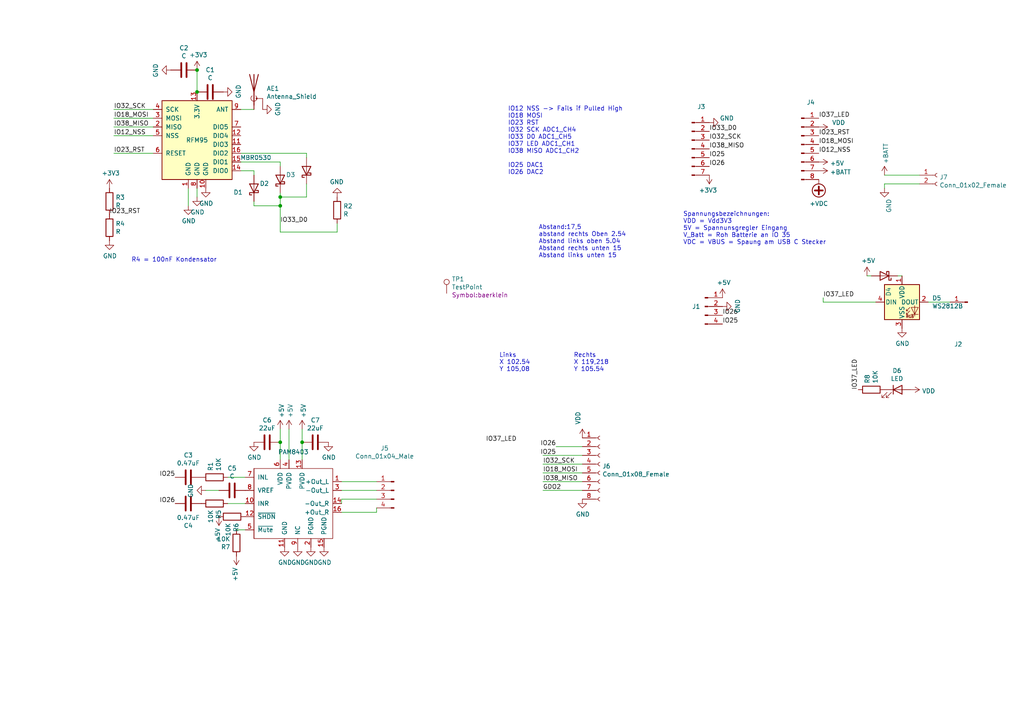
<source format=kicad_sch>
(kicad_sch (version 20230121) (generator eeschema)

  (uuid 1e6a6939-c0db-48c9-a516-aaccbd9dee21)

  (paper "A4")

  (lib_symbols
    (symbol "Connector:TestPoint" (pin_numbers hide) (pin_names (offset 0.762) hide) (in_bom yes) (on_board yes)
      (property "Reference" "TP" (at 0 6.858 0)
        (effects (font (size 1.27 1.27)))
      )
      (property "Value" "TestPoint" (at 0 5.08 0)
        (effects (font (size 1.27 1.27)))
      )
      (property "Footprint" "" (at 5.08 0 0)
        (effects (font (size 1.27 1.27)) hide)
      )
      (property "Datasheet" "~" (at 5.08 0 0)
        (effects (font (size 1.27 1.27)) hide)
      )
      (property "ki_keywords" "test point tp" (at 0 0 0)
        (effects (font (size 1.27 1.27)) hide)
      )
      (property "ki_description" "test point" (at 0 0 0)
        (effects (font (size 1.27 1.27)) hide)
      )
      (property "ki_fp_filters" "Pin* Test*" (at 0 0 0)
        (effects (font (size 1.27 1.27)) hide)
      )
      (symbol "TestPoint_0_1"
        (circle (center 0 3.302) (radius 0.762)
          (stroke (width 0) (type default))
          (fill (type none))
        )
      )
      (symbol "TestPoint_1_1"
        (pin passive line (at 0 0 90) (length 2.54)
          (name "1" (effects (font (size 1.27 1.27))))
          (number "1" (effects (font (size 1.27 1.27))))
        )
      )
    )
    (symbol "Device:Antenna_Shield" (pin_numbers hide) (pin_names (offset 1.016) hide) (in_bom yes) (on_board yes)
      (property "Reference" "AE" (at -1.905 4.445 0)
        (effects (font (size 1.27 1.27)) (justify right))
      )
      (property "Value" "Antenna_Shield" (at -1.905 2.54 0)
        (effects (font (size 1.27 1.27)) (justify right))
      )
      (property "Footprint" "" (at 0 2.54 0)
        (effects (font (size 1.27 1.27)) hide)
      )
      (property "Datasheet" "~" (at 0 2.54 0)
        (effects (font (size 1.27 1.27)) hide)
      )
      (property "ki_keywords" "antenna" (at 0 0 0)
        (effects (font (size 1.27 1.27)) hide)
      )
      (property "ki_description" "Antenna with extra pin for shielding" (at 0 0 0)
        (effects (font (size 1.27 1.27)) hide)
      )
      (symbol "Antenna_Shield_0_1"
        (arc (start -0.508 -1.143) (mid -0.8429 -2.1194) (end 0 -2.667)
          (stroke (width 0) (type default))
          (fill (type none))
        )
        (arc (start 0 -2.667) (mid 0.7989 -2.1052) (end 0.508 -1.143)
          (stroke (width 0) (type default))
          (fill (type none))
        )
        (polyline
          (pts
            (xy 0 -2.54)
            (xy 0 0)
          )
          (stroke (width 0) (type default))
          (fill (type none))
        )
        (polyline
          (pts
            (xy 0 5.08)
            (xy 0 -3.81)
          )
          (stroke (width 0.254) (type default))
          (fill (type none))
        )
        (polyline
          (pts
            (xy 0.762 -1.905)
            (xy 2.54 -1.905)
          )
          (stroke (width 0) (type default))
          (fill (type none))
        )
        (polyline
          (pts
            (xy 2.54 -2.54)
            (xy 2.54 -1.905)
          )
          (stroke (width 0) (type default))
          (fill (type none))
        )
        (polyline
          (pts
            (xy 1.27 5.08)
            (xy 0 0)
            (xy -1.27 5.08)
          )
          (stroke (width 0.254) (type default))
          (fill (type none))
        )
        (circle (center 0.762 -1.905) (radius 0.1778)
          (stroke (width 0) (type default))
          (fill (type outline))
        )
      )
      (symbol "Antenna_Shield_1_1"
        (pin input line (at 0 -5.08 90) (length 2.54)
          (name "A" (effects (font (size 1.27 1.27))))
          (number "1" (effects (font (size 1.27 1.27))))
        )
        (pin input line (at 2.54 -5.08 90) (length 2.54)
          (name "Shield" (effects (font (size 1.27 1.27))))
          (number "2" (effects (font (size 1.27 1.27))))
        )
      )
    )
    (symbol "Device:C" (pin_numbers hide) (pin_names (offset 0.254)) (in_bom yes) (on_board yes)
      (property "Reference" "C" (at 0.635 2.54 0)
        (effects (font (size 1.27 1.27)) (justify left))
      )
      (property "Value" "C" (at 0.635 -2.54 0)
        (effects (font (size 1.27 1.27)) (justify left))
      )
      (property "Footprint" "" (at 0.9652 -3.81 0)
        (effects (font (size 1.27 1.27)) hide)
      )
      (property "Datasheet" "~" (at 0 0 0)
        (effects (font (size 1.27 1.27)) hide)
      )
      (property "ki_keywords" "cap capacitor" (at 0 0 0)
        (effects (font (size 1.27 1.27)) hide)
      )
      (property "ki_description" "Unpolarized capacitor" (at 0 0 0)
        (effects (font (size 1.27 1.27)) hide)
      )
      (property "ki_fp_filters" "C_*" (at 0 0 0)
        (effects (font (size 1.27 1.27)) hide)
      )
      (symbol "C_0_1"
        (polyline
          (pts
            (xy -2.032 -0.762)
            (xy 2.032 -0.762)
          )
          (stroke (width 0.508) (type default))
          (fill (type none))
        )
        (polyline
          (pts
            (xy -2.032 0.762)
            (xy 2.032 0.762)
          )
          (stroke (width 0.508) (type default))
          (fill (type none))
        )
      )
      (symbol "C_1_1"
        (pin passive line (at 0 3.81 270) (length 2.794)
          (name "~" (effects (font (size 1.27 1.27))))
          (number "1" (effects (font (size 1.27 1.27))))
        )
        (pin passive line (at 0 -3.81 90) (length 2.794)
          (name "~" (effects (font (size 1.27 1.27))))
          (number "2" (effects (font (size 1.27 1.27))))
        )
      )
    )
    (symbol "Device:LED" (pin_numbers hide) (pin_names (offset 1.016) hide) (in_bom yes) (on_board yes)
      (property "Reference" "D" (at 0 2.54 0)
        (effects (font (size 1.27 1.27)))
      )
      (property "Value" "LED" (at 0 -2.54 0)
        (effects (font (size 1.27 1.27)))
      )
      (property "Footprint" "" (at 0 0 0)
        (effects (font (size 1.27 1.27)) hide)
      )
      (property "Datasheet" "~" (at 0 0 0)
        (effects (font (size 1.27 1.27)) hide)
      )
      (property "ki_keywords" "LED diode" (at 0 0 0)
        (effects (font (size 1.27 1.27)) hide)
      )
      (property "ki_description" "Light emitting diode" (at 0 0 0)
        (effects (font (size 1.27 1.27)) hide)
      )
      (property "ki_fp_filters" "LED* LED_SMD:* LED_THT:*" (at 0 0 0)
        (effects (font (size 1.27 1.27)) hide)
      )
      (symbol "LED_0_1"
        (polyline
          (pts
            (xy -1.27 -1.27)
            (xy -1.27 1.27)
          )
          (stroke (width 0.254) (type default))
          (fill (type none))
        )
        (polyline
          (pts
            (xy -1.27 0)
            (xy 1.27 0)
          )
          (stroke (width 0) (type default))
          (fill (type none))
        )
        (polyline
          (pts
            (xy 1.27 -1.27)
            (xy 1.27 1.27)
            (xy -1.27 0)
            (xy 1.27 -1.27)
          )
          (stroke (width 0.254) (type default))
          (fill (type none))
        )
        (polyline
          (pts
            (xy -3.048 -0.762)
            (xy -4.572 -2.286)
            (xy -3.81 -2.286)
            (xy -4.572 -2.286)
            (xy -4.572 -1.524)
          )
          (stroke (width 0) (type default))
          (fill (type none))
        )
        (polyline
          (pts
            (xy -1.778 -0.762)
            (xy -3.302 -2.286)
            (xy -2.54 -2.286)
            (xy -3.302 -2.286)
            (xy -3.302 -1.524)
          )
          (stroke (width 0) (type default))
          (fill (type none))
        )
      )
      (symbol "LED_1_1"
        (pin passive line (at -3.81 0 0) (length 2.54)
          (name "K" (effects (font (size 1.27 1.27))))
          (number "1" (effects (font (size 1.27 1.27))))
        )
        (pin passive line (at 3.81 0 180) (length 2.54)
          (name "A" (effects (font (size 1.27 1.27))))
          (number "2" (effects (font (size 1.27 1.27))))
        )
      )
    )
    (symbol "Device:R" (pin_numbers hide) (pin_names (offset 0)) (in_bom yes) (on_board yes)
      (property "Reference" "R" (at 2.032 0 90)
        (effects (font (size 1.27 1.27)))
      )
      (property "Value" "R" (at 0 0 90)
        (effects (font (size 1.27 1.27)))
      )
      (property "Footprint" "" (at -1.778 0 90)
        (effects (font (size 1.27 1.27)) hide)
      )
      (property "Datasheet" "~" (at 0 0 0)
        (effects (font (size 1.27 1.27)) hide)
      )
      (property "ki_keywords" "R res resistor" (at 0 0 0)
        (effects (font (size 1.27 1.27)) hide)
      )
      (property "ki_description" "Resistor" (at 0 0 0)
        (effects (font (size 1.27 1.27)) hide)
      )
      (property "ki_fp_filters" "R_*" (at 0 0 0)
        (effects (font (size 1.27 1.27)) hide)
      )
      (symbol "R_0_1"
        (rectangle (start -1.016 -2.54) (end 1.016 2.54)
          (stroke (width 0.254) (type default))
          (fill (type none))
        )
      )
      (symbol "R_1_1"
        (pin passive line (at 0 3.81 270) (length 1.27)
          (name "~" (effects (font (size 1.27 1.27))))
          (number "1" (effects (font (size 1.27 1.27))))
        )
        (pin passive line (at 0 -3.81 90) (length 1.27)
          (name "~" (effects (font (size 1.27 1.27))))
          (number "2" (effects (font (size 1.27 1.27))))
        )
      )
    )
    (symbol "Diode:MBR0530" (pin_numbers hide) (pin_names (offset 1.016) hide) (in_bom yes) (on_board yes)
      (property "Reference" "D" (at 0 2.54 0)
        (effects (font (size 1.27 1.27)))
      )
      (property "Value" "MBR0530" (at 0 -2.54 0)
        (effects (font (size 1.27 1.27)))
      )
      (property "Footprint" "Diode_SMD:D_SOD-123" (at 0 -4.445 0)
        (effects (font (size 1.27 1.27)) hide)
      )
      (property "Datasheet" "http://www.mccsemi.com/up_pdf/MBR0520~MBR0580(SOD123).pdf" (at 0 0 0)
        (effects (font (size 1.27 1.27)) hide)
      )
      (property "ki_keywords" "diode Schottky" (at 0 0 0)
        (effects (font (size 1.27 1.27)) hide)
      )
      (property "ki_description" "30V 0.5A Schottky Power Rectifier Diode, SOD-123" (at 0 0 0)
        (effects (font (size 1.27 1.27)) hide)
      )
      (property "ki_fp_filters" "D*SOD?123*" (at 0 0 0)
        (effects (font (size 1.27 1.27)) hide)
      )
      (symbol "MBR0530_0_1"
        (polyline
          (pts
            (xy 1.27 0)
            (xy -1.27 0)
          )
          (stroke (width 0) (type default))
          (fill (type none))
        )
        (polyline
          (pts
            (xy 1.27 1.27)
            (xy 1.27 -1.27)
            (xy -1.27 0)
            (xy 1.27 1.27)
          )
          (stroke (width 0.254) (type default))
          (fill (type none))
        )
        (polyline
          (pts
            (xy -1.905 0.635)
            (xy -1.905 1.27)
            (xy -1.27 1.27)
            (xy -1.27 -1.27)
            (xy -0.635 -1.27)
            (xy -0.635 -0.635)
          )
          (stroke (width 0.254) (type default))
          (fill (type none))
        )
      )
      (symbol "MBR0530_1_1"
        (pin passive line (at -3.81 0 0) (length 2.54)
          (name "K" (effects (font (size 1.27 1.27))))
          (number "1" (effects (font (size 1.27 1.27))))
        )
        (pin passive line (at 3.81 0 180) (length 2.54)
          (name "A" (effects (font (size 1.27 1.27))))
          (number "2" (effects (font (size 1.27 1.27))))
        )
      )
    )
    (symbol "LED:WS2812B" (pin_names (offset 0.254)) (in_bom yes) (on_board yes)
      (property "Reference" "D" (at 5.08 5.715 0)
        (effects (font (size 1.27 1.27)) (justify right bottom))
      )
      (property "Value" "WS2812B" (at 1.27 -5.715 0)
        (effects (font (size 1.27 1.27)) (justify left top))
      )
      (property "Footprint" "LED_SMD:LED_WS2812B_PLCC4_5.0x5.0mm_P3.2mm" (at 1.27 -7.62 0)
        (effects (font (size 1.27 1.27)) (justify left top) hide)
      )
      (property "Datasheet" "https://cdn-shop.adafruit.com/datasheets/WS2812B.pdf" (at 2.54 -9.525 0)
        (effects (font (size 1.27 1.27)) (justify left top) hide)
      )
      (property "ki_keywords" "RGB LED NeoPixel addressable" (at 0 0 0)
        (effects (font (size 1.27 1.27)) hide)
      )
      (property "ki_description" "RGB LED with integrated controller" (at 0 0 0)
        (effects (font (size 1.27 1.27)) hide)
      )
      (property "ki_fp_filters" "LED*WS2812*PLCC*5.0x5.0mm*P3.2mm*" (at 0 0 0)
        (effects (font (size 1.27 1.27)) hide)
      )
      (symbol "WS2812B_0_0"
        (text "RGB" (at 2.286 -4.191 0)
          (effects (font (size 0.762 0.762)))
        )
      )
      (symbol "WS2812B_0_1"
        (polyline
          (pts
            (xy 1.27 -3.556)
            (xy 1.778 -3.556)
          )
          (stroke (width 0) (type default))
          (fill (type none))
        )
        (polyline
          (pts
            (xy 1.27 -2.54)
            (xy 1.778 -2.54)
          )
          (stroke (width 0) (type default))
          (fill (type none))
        )
        (polyline
          (pts
            (xy 4.699 -3.556)
            (xy 2.667 -3.556)
          )
          (stroke (width 0) (type default))
          (fill (type none))
        )
        (polyline
          (pts
            (xy 2.286 -2.54)
            (xy 1.27 -3.556)
            (xy 1.27 -3.048)
          )
          (stroke (width 0) (type default))
          (fill (type none))
        )
        (polyline
          (pts
            (xy 2.286 -1.524)
            (xy 1.27 -2.54)
            (xy 1.27 -2.032)
          )
          (stroke (width 0) (type default))
          (fill (type none))
        )
        (polyline
          (pts
            (xy 3.683 -1.016)
            (xy 3.683 -3.556)
            (xy 3.683 -4.064)
          )
          (stroke (width 0) (type default))
          (fill (type none))
        )
        (polyline
          (pts
            (xy 4.699 -1.524)
            (xy 2.667 -1.524)
            (xy 3.683 -3.556)
            (xy 4.699 -1.524)
          )
          (stroke (width 0) (type default))
          (fill (type none))
        )
        (rectangle (start 5.08 5.08) (end -5.08 -5.08)
          (stroke (width 0.254) (type default))
          (fill (type background))
        )
      )
      (symbol "WS2812B_1_1"
        (pin power_in line (at 0 7.62 270) (length 2.54)
          (name "VDD" (effects (font (size 1.27 1.27))))
          (number "1" (effects (font (size 1.27 1.27))))
        )
        (pin output line (at 7.62 0 180) (length 2.54)
          (name "DOUT" (effects (font (size 1.27 1.27))))
          (number "2" (effects (font (size 1.27 1.27))))
        )
        (pin power_in line (at 0 -7.62 90) (length 2.54)
          (name "VSS" (effects (font (size 1.27 1.27))))
          (number "3" (effects (font (size 1.27 1.27))))
        )
        (pin input line (at -7.62 0 0) (length 2.54)
          (name "DIN" (effects (font (size 1.27 1.27))))
          (number "4" (effects (font (size 1.27 1.27))))
        )
      )
    )
    (symbol "RF_Module:RFM95W-868S2" (pin_names (offset 1.016)) (in_bom yes) (on_board yes)
      (property "Reference" "U" (at -10.414 11.684 0)
        (effects (font (size 1.27 1.27)) (justify left))
      )
      (property "Value" "RFM95W-868S2" (at 1.524 11.43 0)
        (effects (font (size 1.27 1.27)) (justify left))
      )
      (property "Footprint" "" (at -83.82 41.91 0)
        (effects (font (size 1.27 1.27)) hide)
      )
      (property "Datasheet" "https://www.hoperf.com/data/upload/portal/20181127/5bfcbea20e9ef.pdf" (at -83.82 41.91 0)
        (effects (font (size 1.27 1.27)) hide)
      )
      (property "ki_keywords" "Low power long range transceiver module" (at 0 0 0)
        (effects (font (size 1.27 1.27)) hide)
      )
      (property "ki_description" "Low power long range transceiver module, SPI and parallel interface, 868 MHz, spreading factor 6 to12, bandwidth 7.8 to 500kHz, -111 to -148 dBm, SMD-16, DIP-16" (at 0 0 0)
        (effects (font (size 1.27 1.27)) hide)
      )
      (property "ki_fp_filters" "HOPERF*RFM9XW*" (at 0 0 0)
        (effects (font (size 1.27 1.27)) hide)
      )
      (symbol "RFM95W-868S2_0_1"
        (rectangle (start -10.16 10.16) (end 10.16 -12.7)
          (stroke (width 0.254) (type default))
          (fill (type background))
        )
      )
      (symbol "RFM95W-868S2_1_1"
        (pin power_in line (at -2.54 -15.24 90) (length 2.54)
          (name "GND" (effects (font (size 1.27 1.27))))
          (number "1" (effects (font (size 1.27 1.27))))
        )
        (pin power_in line (at 2.54 -15.24 90) (length 2.54)
          (name "GND" (effects (font (size 1.27 1.27))))
          (number "10" (effects (font (size 1.27 1.27))))
        )
        (pin bidirectional line (at 12.7 -2.54 180) (length 2.54)
          (name "DIO3" (effects (font (size 1.27 1.27))))
          (number "11" (effects (font (size 1.27 1.27))))
        )
        (pin bidirectional line (at 12.7 0 180) (length 2.54)
          (name "DIO4" (effects (font (size 1.27 1.27))))
          (number "12" (effects (font (size 1.27 1.27))))
        )
        (pin power_in line (at 0 12.7 270) (length 2.54)
          (name "3.3V" (effects (font (size 1.27 1.27))))
          (number "13" (effects (font (size 1.27 1.27))))
        )
        (pin bidirectional line (at 12.7 -10.16 180) (length 2.54)
          (name "DIO0" (effects (font (size 1.27 1.27))))
          (number "14" (effects (font (size 1.27 1.27))))
        )
        (pin bidirectional line (at 12.7 -7.62 180) (length 2.54)
          (name "DIO1" (effects (font (size 1.27 1.27))))
          (number "15" (effects (font (size 1.27 1.27))))
        )
        (pin bidirectional line (at 12.7 -5.08 180) (length 2.54)
          (name "DIO2" (effects (font (size 1.27 1.27))))
          (number "16" (effects (font (size 1.27 1.27))))
        )
        (pin output line (at -12.7 2.54 0) (length 2.54)
          (name "MISO" (effects (font (size 1.27 1.27))))
          (number "2" (effects (font (size 1.27 1.27))))
        )
        (pin input line (at -12.7 5.08 0) (length 2.54)
          (name "MOSI" (effects (font (size 1.27 1.27))))
          (number "3" (effects (font (size 1.27 1.27))))
        )
        (pin input line (at -12.7 7.62 0) (length 2.54)
          (name "SCK" (effects (font (size 1.27 1.27))))
          (number "4" (effects (font (size 1.27 1.27))))
        )
        (pin input line (at -12.7 0 0) (length 2.54)
          (name "NSS" (effects (font (size 1.27 1.27))))
          (number "5" (effects (font (size 1.27 1.27))))
        )
        (pin bidirectional line (at -12.7 -5.08 0) (length 2.54)
          (name "RESET" (effects (font (size 1.27 1.27))))
          (number "6" (effects (font (size 1.27 1.27))))
        )
        (pin bidirectional line (at 12.7 2.54 180) (length 2.54)
          (name "DIO5" (effects (font (size 1.27 1.27))))
          (number "7" (effects (font (size 1.27 1.27))))
        )
        (pin power_in line (at 0 -15.24 90) (length 2.54)
          (name "GND" (effects (font (size 1.27 1.27))))
          (number "8" (effects (font (size 1.27 1.27))))
        )
        (pin bidirectional line (at 12.7 7.62 180) (length 2.54)
          (name "ANT" (effects (font (size 1.27 1.27))))
          (number "9" (effects (font (size 1.27 1.27))))
        )
      )
    )
    (symbol "TinyLora102-rescue:+3.3V-power" (power) (pin_names (offset 0)) (in_bom yes) (on_board yes)
      (property "Reference" "#PWR" (at 0 -3.81 0)
        (effects (font (size 1.27 1.27)) hide)
      )
      (property "Value" "+3.3V-power" (at 0 3.556 0)
        (effects (font (size 1.27 1.27)))
      )
      (property "Footprint" "" (at 0 0 0)
        (effects (font (size 1.27 1.27)) hide)
      )
      (property "Datasheet" "" (at 0 0 0)
        (effects (font (size 1.27 1.27)) hide)
      )
      (symbol "+3.3V-power_0_1"
        (polyline
          (pts
            (xy -0.762 1.27)
            (xy 0 2.54)
          )
          (stroke (width 0) (type solid))
          (fill (type none))
        )
        (polyline
          (pts
            (xy 0 0)
            (xy 0 2.54)
          )
          (stroke (width 0) (type solid))
          (fill (type none))
        )
        (polyline
          (pts
            (xy 0 2.54)
            (xy 0.762 1.27)
          )
          (stroke (width 0) (type solid))
          (fill (type none))
        )
      )
      (symbol "+3.3V-power_1_1"
        (pin power_in line (at 0 0 90) (length 0) hide
          (name "+3V3" (effects (font (size 1.27 1.27))))
          (number "1" (effects (font (size 1.27 1.27))))
        )
      )
    )
    (symbol "TinyLora102-rescue:Conn_01x01_Male-Connector" (pin_names (offset 1.016) hide) (in_bom yes) (on_board yes)
      (property "Reference" "J" (at 0 2.54 0)
        (effects (font (size 1.27 1.27)))
      )
      (property "Value" "Connector_Conn_01x01_Male" (at 0 -2.54 0)
        (effects (font (size 1.27 1.27)))
      )
      (property "Footprint" "" (at 0 0 0)
        (effects (font (size 1.27 1.27)) hide)
      )
      (property "Datasheet" "" (at 0 0 0)
        (effects (font (size 1.27 1.27)) hide)
      )
      (property "ki_fp_filters" "Connector*:*" (at 0 0 0)
        (effects (font (size 1.27 1.27)) hide)
      )
      (symbol "Conn_01x01_Male-Connector_1_1"
        (polyline
          (pts
            (xy 1.27 0)
            (xy 0.8636 0)
          )
          (stroke (width 0.1524) (type solid))
          (fill (type none))
        )
        (rectangle (start 0.8636 0.127) (end 0 -0.127)
          (stroke (width 0.1524) (type solid))
          (fill (type outline))
        )
        (pin passive line (at 5.08 0 180) (length 3.81)
          (name "Pin_1" (effects (font (size 1.27 1.27))))
          (number "1" (effects (font (size 1.27 1.27))))
        )
      )
    )
    (symbol "TinyLora102-rescue:Conn_01x02_Female-Connector" (pin_names (offset 1.016) hide) (in_bom yes) (on_board yes)
      (property "Reference" "J" (at 0 2.54 0)
        (effects (font (size 1.27 1.27)))
      )
      (property "Value" "Connector_Conn_01x02_Female" (at 0 -5.08 0)
        (effects (font (size 1.27 1.27)))
      )
      (property "Footprint" "" (at 0 0 0)
        (effects (font (size 1.27 1.27)) hide)
      )
      (property "Datasheet" "" (at 0 0 0)
        (effects (font (size 1.27 1.27)) hide)
      )
      (property "ki_fp_filters" "Connector*:*_1x??_*" (at 0 0 0)
        (effects (font (size 1.27 1.27)) hide)
      )
      (symbol "Conn_01x02_Female-Connector_1_1"
        (arc (start 0 -2.032) (mid -0.5058 -2.54) (end 0 -3.048)
          (stroke (width 0.1524) (type solid))
          (fill (type none))
        )
        (polyline
          (pts
            (xy -1.27 -2.54)
            (xy -0.508 -2.54)
          )
          (stroke (width 0.1524) (type solid))
          (fill (type none))
        )
        (polyline
          (pts
            (xy -1.27 0)
            (xy -0.508 0)
          )
          (stroke (width 0.1524) (type solid))
          (fill (type none))
        )
        (arc (start 0 0.508) (mid -0.5058 0) (end 0 -0.508)
          (stroke (width 0.1524) (type solid))
          (fill (type none))
        )
        (pin passive line (at -5.08 0 0) (length 3.81)
          (name "Pin_1" (effects (font (size 1.27 1.27))))
          (number "1" (effects (font (size 1.27 1.27))))
        )
        (pin passive line (at -5.08 -2.54 0) (length 3.81)
          (name "Pin_2" (effects (font (size 1.27 1.27))))
          (number "2" (effects (font (size 1.27 1.27))))
        )
      )
    )
    (symbol "TinyLora102-rescue:Conn_01x04_Male-Connector" (pin_names (offset 1.016) hide) (in_bom yes) (on_board yes)
      (property "Reference" "J" (at 0 5.08 0)
        (effects (font (size 1.27 1.27)))
      )
      (property "Value" "Connector_Conn_01x04_Male" (at 0 -7.62 0)
        (effects (font (size 1.27 1.27)))
      )
      (property "Footprint" "" (at 0 0 0)
        (effects (font (size 1.27 1.27)) hide)
      )
      (property "Datasheet" "" (at 0 0 0)
        (effects (font (size 1.27 1.27)) hide)
      )
      (property "ki_fp_filters" "Connector*:*_1x??_*" (at 0 0 0)
        (effects (font (size 1.27 1.27)) hide)
      )
      (symbol "Conn_01x04_Male-Connector_1_1"
        (polyline
          (pts
            (xy 1.27 -5.08)
            (xy 0.8636 -5.08)
          )
          (stroke (width 0.1524) (type solid))
          (fill (type none))
        )
        (polyline
          (pts
            (xy 1.27 -2.54)
            (xy 0.8636 -2.54)
          )
          (stroke (width 0.1524) (type solid))
          (fill (type none))
        )
        (polyline
          (pts
            (xy 1.27 0)
            (xy 0.8636 0)
          )
          (stroke (width 0.1524) (type solid))
          (fill (type none))
        )
        (polyline
          (pts
            (xy 1.27 2.54)
            (xy 0.8636 2.54)
          )
          (stroke (width 0.1524) (type solid))
          (fill (type none))
        )
        (rectangle (start 0.8636 -4.953) (end 0 -5.207)
          (stroke (width 0.1524) (type solid))
          (fill (type outline))
        )
        (rectangle (start 0.8636 -2.413) (end 0 -2.667)
          (stroke (width 0.1524) (type solid))
          (fill (type outline))
        )
        (rectangle (start 0.8636 0.127) (end 0 -0.127)
          (stroke (width 0.1524) (type solid))
          (fill (type outline))
        )
        (rectangle (start 0.8636 2.667) (end 0 2.413)
          (stroke (width 0.1524) (type solid))
          (fill (type outline))
        )
        (pin passive line (at 5.08 2.54 180) (length 3.81)
          (name "Pin_1" (effects (font (size 1.27 1.27))))
          (number "1" (effects (font (size 1.27 1.27))))
        )
        (pin passive line (at 5.08 0 180) (length 3.81)
          (name "Pin_2" (effects (font (size 1.27 1.27))))
          (number "2" (effects (font (size 1.27 1.27))))
        )
        (pin passive line (at 5.08 -2.54 180) (length 3.81)
          (name "Pin_3" (effects (font (size 1.27 1.27))))
          (number "3" (effects (font (size 1.27 1.27))))
        )
        (pin passive line (at 5.08 -5.08 180) (length 3.81)
          (name "Pin_4" (effects (font (size 1.27 1.27))))
          (number "4" (effects (font (size 1.27 1.27))))
        )
      )
    )
    (symbol "TinyLora102-rescue:Conn_01x07_Male-Connector" (pin_names (offset 1.016) hide) (in_bom yes) (on_board yes)
      (property "Reference" "J" (at 0 10.16 0)
        (effects (font (size 1.27 1.27)))
      )
      (property "Value" "Connector_Conn_01x07_Male" (at 0 -10.16 0)
        (effects (font (size 1.27 1.27)))
      )
      (property "Footprint" "" (at 0 0 0)
        (effects (font (size 1.27 1.27)) hide)
      )
      (property "Datasheet" "" (at 0 0 0)
        (effects (font (size 1.27 1.27)) hide)
      )
      (property "ki_fp_filters" "Connector*:*_1x??_*" (at 0 0 0)
        (effects (font (size 1.27 1.27)) hide)
      )
      (symbol "Conn_01x07_Male-Connector_1_1"
        (polyline
          (pts
            (xy 1.27 -7.62)
            (xy 0.8636 -7.62)
          )
          (stroke (width 0.1524) (type solid))
          (fill (type none))
        )
        (polyline
          (pts
            (xy 1.27 -5.08)
            (xy 0.8636 -5.08)
          )
          (stroke (width 0.1524) (type solid))
          (fill (type none))
        )
        (polyline
          (pts
            (xy 1.27 -2.54)
            (xy 0.8636 -2.54)
          )
          (stroke (width 0.1524) (type solid))
          (fill (type none))
        )
        (polyline
          (pts
            (xy 1.27 0)
            (xy 0.8636 0)
          )
          (stroke (width 0.1524) (type solid))
          (fill (type none))
        )
        (polyline
          (pts
            (xy 1.27 2.54)
            (xy 0.8636 2.54)
          )
          (stroke (width 0.1524) (type solid))
          (fill (type none))
        )
        (polyline
          (pts
            (xy 1.27 5.08)
            (xy 0.8636 5.08)
          )
          (stroke (width 0.1524) (type solid))
          (fill (type none))
        )
        (polyline
          (pts
            (xy 1.27 7.62)
            (xy 0.8636 7.62)
          )
          (stroke (width 0.1524) (type solid))
          (fill (type none))
        )
        (rectangle (start 0.8636 -7.493) (end 0 -7.747)
          (stroke (width 0.1524) (type solid))
          (fill (type outline))
        )
        (rectangle (start 0.8636 -4.953) (end 0 -5.207)
          (stroke (width 0.1524) (type solid))
          (fill (type outline))
        )
        (rectangle (start 0.8636 -2.413) (end 0 -2.667)
          (stroke (width 0.1524) (type solid))
          (fill (type outline))
        )
        (rectangle (start 0.8636 0.127) (end 0 -0.127)
          (stroke (width 0.1524) (type solid))
          (fill (type outline))
        )
        (rectangle (start 0.8636 2.667) (end 0 2.413)
          (stroke (width 0.1524) (type solid))
          (fill (type outline))
        )
        (rectangle (start 0.8636 5.207) (end 0 4.953)
          (stroke (width 0.1524) (type solid))
          (fill (type outline))
        )
        (rectangle (start 0.8636 7.747) (end 0 7.493)
          (stroke (width 0.1524) (type solid))
          (fill (type outline))
        )
        (pin passive line (at 5.08 7.62 180) (length 3.81)
          (name "Pin_1" (effects (font (size 1.27 1.27))))
          (number "1" (effects (font (size 1.27 1.27))))
        )
        (pin passive line (at 5.08 5.08 180) (length 3.81)
          (name "Pin_2" (effects (font (size 1.27 1.27))))
          (number "2" (effects (font (size 1.27 1.27))))
        )
        (pin passive line (at 5.08 2.54 180) (length 3.81)
          (name "Pin_3" (effects (font (size 1.27 1.27))))
          (number "3" (effects (font (size 1.27 1.27))))
        )
        (pin passive line (at 5.08 0 180) (length 3.81)
          (name "Pin_4" (effects (font (size 1.27 1.27))))
          (number "4" (effects (font (size 1.27 1.27))))
        )
        (pin passive line (at 5.08 -2.54 180) (length 3.81)
          (name "Pin_5" (effects (font (size 1.27 1.27))))
          (number "5" (effects (font (size 1.27 1.27))))
        )
        (pin passive line (at 5.08 -5.08 180) (length 3.81)
          (name "Pin_6" (effects (font (size 1.27 1.27))))
          (number "6" (effects (font (size 1.27 1.27))))
        )
        (pin passive line (at 5.08 -7.62 180) (length 3.81)
          (name "Pin_7" (effects (font (size 1.27 1.27))))
          (number "7" (effects (font (size 1.27 1.27))))
        )
      )
    )
    (symbol "TinyLora102-rescue:Conn_01x08_Female-Connector" (pin_names (offset 1.016) hide) (in_bom yes) (on_board yes)
      (property "Reference" "J" (at 0 10.16 0)
        (effects (font (size 1.27 1.27)))
      )
      (property "Value" "Connector_Conn_01x08_Female" (at 0 -12.7 0)
        (effects (font (size 1.27 1.27)))
      )
      (property "Footprint" "" (at 0 0 0)
        (effects (font (size 1.27 1.27)) hide)
      )
      (property "Datasheet" "" (at 0 0 0)
        (effects (font (size 1.27 1.27)) hide)
      )
      (property "ki_fp_filters" "Connector*:*_1x??_*" (at 0 0 0)
        (effects (font (size 1.27 1.27)) hide)
      )
      (symbol "Conn_01x08_Female-Connector_1_1"
        (arc (start 0 -9.652) (mid -0.5058 -10.16) (end 0 -10.668)
          (stroke (width 0.1524) (type solid))
          (fill (type none))
        )
        (arc (start 0 -7.112) (mid -0.5058 -7.62) (end 0 -8.128)
          (stroke (width 0.1524) (type solid))
          (fill (type none))
        )
        (arc (start 0 -4.572) (mid -0.5058 -5.08) (end 0 -5.588)
          (stroke (width 0.1524) (type solid))
          (fill (type none))
        )
        (arc (start 0 -2.032) (mid -0.5058 -2.54) (end 0 -3.048)
          (stroke (width 0.1524) (type solid))
          (fill (type none))
        )
        (polyline
          (pts
            (xy -1.27 -10.16)
            (xy -0.508 -10.16)
          )
          (stroke (width 0.1524) (type solid))
          (fill (type none))
        )
        (polyline
          (pts
            (xy -1.27 -7.62)
            (xy -0.508 -7.62)
          )
          (stroke (width 0.1524) (type solid))
          (fill (type none))
        )
        (polyline
          (pts
            (xy -1.27 -5.08)
            (xy -0.508 -5.08)
          )
          (stroke (width 0.1524) (type solid))
          (fill (type none))
        )
        (polyline
          (pts
            (xy -1.27 -2.54)
            (xy -0.508 -2.54)
          )
          (stroke (width 0.1524) (type solid))
          (fill (type none))
        )
        (polyline
          (pts
            (xy -1.27 0)
            (xy -0.508 0)
          )
          (stroke (width 0.1524) (type solid))
          (fill (type none))
        )
        (polyline
          (pts
            (xy -1.27 2.54)
            (xy -0.508 2.54)
          )
          (stroke (width 0.1524) (type solid))
          (fill (type none))
        )
        (polyline
          (pts
            (xy -1.27 5.08)
            (xy -0.508 5.08)
          )
          (stroke (width 0.1524) (type solid))
          (fill (type none))
        )
        (polyline
          (pts
            (xy -1.27 7.62)
            (xy -0.508 7.62)
          )
          (stroke (width 0.1524) (type solid))
          (fill (type none))
        )
        (arc (start 0 0.508) (mid -0.5058 0) (end 0 -0.508)
          (stroke (width 0.1524) (type solid))
          (fill (type none))
        )
        (arc (start 0 3.048) (mid -0.5058 2.54) (end 0 2.032)
          (stroke (width 0.1524) (type solid))
          (fill (type none))
        )
        (arc (start 0 5.588) (mid -0.5058 5.08) (end 0 4.572)
          (stroke (width 0.1524) (type solid))
          (fill (type none))
        )
        (arc (start 0 8.128) (mid -0.5058 7.62) (end 0 7.112)
          (stroke (width 0.1524) (type solid))
          (fill (type none))
        )
        (pin passive line (at -5.08 7.62 0) (length 3.81)
          (name "Pin_1" (effects (font (size 1.27 1.27))))
          (number "1" (effects (font (size 1.27 1.27))))
        )
        (pin passive line (at -5.08 5.08 0) (length 3.81)
          (name "Pin_2" (effects (font (size 1.27 1.27))))
          (number "2" (effects (font (size 1.27 1.27))))
        )
        (pin passive line (at -5.08 2.54 0) (length 3.81)
          (name "Pin_3" (effects (font (size 1.27 1.27))))
          (number "3" (effects (font (size 1.27 1.27))))
        )
        (pin passive line (at -5.08 0 0) (length 3.81)
          (name "Pin_4" (effects (font (size 1.27 1.27))))
          (number "4" (effects (font (size 1.27 1.27))))
        )
        (pin passive line (at -5.08 -2.54 0) (length 3.81)
          (name "Pin_5" (effects (font (size 1.27 1.27))))
          (number "5" (effects (font (size 1.27 1.27))))
        )
        (pin passive line (at -5.08 -5.08 0) (length 3.81)
          (name "Pin_6" (effects (font (size 1.27 1.27))))
          (number "6" (effects (font (size 1.27 1.27))))
        )
        (pin passive line (at -5.08 -7.62 0) (length 3.81)
          (name "Pin_7" (effects (font (size 1.27 1.27))))
          (number "7" (effects (font (size 1.27 1.27))))
        )
        (pin passive line (at -5.08 -10.16 0) (length 3.81)
          (name "Pin_8" (effects (font (size 1.27 1.27))))
          (number "8" (effects (font (size 1.27 1.27))))
        )
      )
    )
    (symbol "TinyLora102-rescue:Conn_01x08_Male-Connector" (pin_names (offset 1.016) hide) (in_bom yes) (on_board yes)
      (property "Reference" "J" (at 0 10.16 0)
        (effects (font (size 1.27 1.27)))
      )
      (property "Value" "Connector_Conn_01x08_Male" (at 0 -12.7 0)
        (effects (font (size 1.27 1.27)))
      )
      (property "Footprint" "" (at 0 0 0)
        (effects (font (size 1.27 1.27)) hide)
      )
      (property "Datasheet" "" (at 0 0 0)
        (effects (font (size 1.27 1.27)) hide)
      )
      (property "ki_fp_filters" "Connector*:*_1x??_*" (at 0 0 0)
        (effects (font (size 1.27 1.27)) hide)
      )
      (symbol "Conn_01x08_Male-Connector_1_1"
        (polyline
          (pts
            (xy 1.27 -10.16)
            (xy 0.8636 -10.16)
          )
          (stroke (width 0.1524) (type solid))
          (fill (type none))
        )
        (polyline
          (pts
            (xy 1.27 -7.62)
            (xy 0.8636 -7.62)
          )
          (stroke (width 0.1524) (type solid))
          (fill (type none))
        )
        (polyline
          (pts
            (xy 1.27 -5.08)
            (xy 0.8636 -5.08)
          )
          (stroke (width 0.1524) (type solid))
          (fill (type none))
        )
        (polyline
          (pts
            (xy 1.27 -2.54)
            (xy 0.8636 -2.54)
          )
          (stroke (width 0.1524) (type solid))
          (fill (type none))
        )
        (polyline
          (pts
            (xy 1.27 0)
            (xy 0.8636 0)
          )
          (stroke (width 0.1524) (type solid))
          (fill (type none))
        )
        (polyline
          (pts
            (xy 1.27 2.54)
            (xy 0.8636 2.54)
          )
          (stroke (width 0.1524) (type solid))
          (fill (type none))
        )
        (polyline
          (pts
            (xy 1.27 5.08)
            (xy 0.8636 5.08)
          )
          (stroke (width 0.1524) (type solid))
          (fill (type none))
        )
        (polyline
          (pts
            (xy 1.27 7.62)
            (xy 0.8636 7.62)
          )
          (stroke (width 0.1524) (type solid))
          (fill (type none))
        )
        (rectangle (start 0.8636 -10.033) (end 0 -10.287)
          (stroke (width 0.1524) (type solid))
          (fill (type outline))
        )
        (rectangle (start 0.8636 -7.493) (end 0 -7.747)
          (stroke (width 0.1524) (type solid))
          (fill (type outline))
        )
        (rectangle (start 0.8636 -4.953) (end 0 -5.207)
          (stroke (width 0.1524) (type solid))
          (fill (type outline))
        )
        (rectangle (start 0.8636 -2.413) (end 0 -2.667)
          (stroke (width 0.1524) (type solid))
          (fill (type outline))
        )
        (rectangle (start 0.8636 0.127) (end 0 -0.127)
          (stroke (width 0.1524) (type solid))
          (fill (type outline))
        )
        (rectangle (start 0.8636 2.667) (end 0 2.413)
          (stroke (width 0.1524) (type solid))
          (fill (type outline))
        )
        (rectangle (start 0.8636 5.207) (end 0 4.953)
          (stroke (width 0.1524) (type solid))
          (fill (type outline))
        )
        (rectangle (start 0.8636 7.747) (end 0 7.493)
          (stroke (width 0.1524) (type solid))
          (fill (type outline))
        )
        (pin passive line (at 5.08 7.62 180) (length 3.81)
          (name "Pin_1" (effects (font (size 1.27 1.27))))
          (number "1" (effects (font (size 1.27 1.27))))
        )
        (pin passive line (at 5.08 5.08 180) (length 3.81)
          (name "Pin_2" (effects (font (size 1.27 1.27))))
          (number "2" (effects (font (size 1.27 1.27))))
        )
        (pin passive line (at 5.08 2.54 180) (length 3.81)
          (name "Pin_3" (effects (font (size 1.27 1.27))))
          (number "3" (effects (font (size 1.27 1.27))))
        )
        (pin passive line (at 5.08 0 180) (length 3.81)
          (name "Pin_4" (effects (font (size 1.27 1.27))))
          (number "4" (effects (font (size 1.27 1.27))))
        )
        (pin passive line (at 5.08 -2.54 180) (length 3.81)
          (name "Pin_5" (effects (font (size 1.27 1.27))))
          (number "5" (effects (font (size 1.27 1.27))))
        )
        (pin passive line (at 5.08 -5.08 180) (length 3.81)
          (name "Pin_6" (effects (font (size 1.27 1.27))))
          (number "6" (effects (font (size 1.27 1.27))))
        )
        (pin passive line (at 5.08 -7.62 180) (length 3.81)
          (name "Pin_7" (effects (font (size 1.27 1.27))))
          (number "7" (effects (font (size 1.27 1.27))))
        )
        (pin passive line (at 5.08 -10.16 180) (length 3.81)
          (name "Pin_8" (effects (font (size 1.27 1.27))))
          (number "8" (effects (font (size 1.27 1.27))))
        )
      )
    )
    (symbol "TinyLora102-rescue:PAM8403-pam8403" (pin_names (offset 1.016)) (in_bom yes) (on_board yes)
      (property "Reference" "U" (at 10.16 -2.54 0)
        (effects (font (size 1.27 1.27)))
      )
      (property "Value" "pam8403_PAM8403" (at 20.32 -11.43 0)
        (effects (font (size 1.27 1.27)))
      )
      (property "Footprint" "Package_SO:SOP-16_4.55x10.3mm_P1.27mm" (at 10.16 -2.54 0)
        (effects (font (size 1.27 1.27)) hide)
      )
      (property "Datasheet" "" (at 10.16 -2.54 0)
        (effects (font (size 1.27 1.27)) hide)
      )
      (symbol "PAM8403-pam8403_0_1"
        (rectangle (start 10.16 -2.54) (end 10.16 -22.86)
          (stroke (width 0) (type solid))
          (fill (type none))
        )
        (rectangle (start 10.16 -2.54) (end 33.02 -22.86)
          (stroke (width 0) (type solid))
          (fill (type none))
        )
      )
      (symbol "PAM8403-pam8403_1_1"
        (pin output line (at 35.56 -6.35 180) (length 2.54)
          (name "+Out_L" (effects (font (size 1.27 1.27))))
          (number "1" (effects (font (size 1.27 1.27))))
        )
        (pin input line (at 7.62 -12.7 0) (length 2.54)
          (name "INR" (effects (font (size 1.27 1.27))))
          (number "10" (effects (font (size 1.27 1.27))))
        )
        (pin power_out line (at 19.05 -25.4 90) (length 2.54)
          (name "GND" (effects (font (size 1.27 1.27))))
          (number "11" (effects (font (size 1.27 1.27))))
        )
        (pin input line (at 7.62 -16.51 0) (length 2.54)
          (name "~{SHDN}" (effects (font (size 1.27 1.27))))
          (number "12" (effects (font (size 1.27 1.27))))
        )
        (pin power_in line (at 24.13 0 270) (length 2.54)
          (name "PVDD" (effects (font (size 1.27 1.27))))
          (number "13" (effects (font (size 1.27 1.27))))
        )
        (pin output line (at 35.56 -12.7 180) (length 2.54)
          (name "-Out_R" (effects (font (size 1.27 1.27))))
          (number "14" (effects (font (size 1.27 1.27))))
        )
        (pin power_out line (at 30.48 -25.4 90) (length 2.54)
          (name "PGND" (effects (font (size 1.27 1.27))))
          (number "15" (effects (font (size 1.27 1.27))))
        )
        (pin output line (at 35.56 -15.24 180) (length 2.54)
          (name "+Out_R" (effects (font (size 1.27 1.27))))
          (number "16" (effects (font (size 1.27 1.27))))
        )
        (pin power_out line (at 26.67 -25.4 90) (length 2.54)
          (name "PGND" (effects (font (size 1.27 1.27))))
          (number "2" (effects (font (size 1.27 1.27))))
        )
        (pin output line (at 35.56 -8.89 180) (length 2.54)
          (name "-Out_L" (effects (font (size 1.27 1.27))))
          (number "3" (effects (font (size 1.27 1.27))))
        )
        (pin power_in line (at 20.32 0 270) (length 2.54)
          (name "PVDD" (effects (font (size 1.27 1.27))))
          (number "4" (effects (font (size 1.27 1.27))))
        )
        (pin input line (at 7.62 -20.32 0) (length 2.54)
          (name "~{Mute}" (effects (font (size 1.27 1.27))))
          (number "5" (effects (font (size 1.27 1.27))))
        )
        (pin power_in line (at 17.78 0 270) (length 2.54)
          (name "VDD" (effects (font (size 1.27 1.27))))
          (number "6" (effects (font (size 1.27 1.27))))
        )
        (pin input line (at 7.62 -5.08 0) (length 2.54)
          (name "INL" (effects (font (size 1.27 1.27))))
          (number "7" (effects (font (size 1.27 1.27))))
        )
        (pin output line (at 7.62 -8.89 0) (length 2.54)
          (name "VREF" (effects (font (size 1.27 1.27))))
          (number "8" (effects (font (size 1.27 1.27))))
        )
        (pin power_out line (at 22.86 -25.4 90) (length 2.54)
          (name "NC" (effects (font (size 1.27 1.27))))
          (number "9" (effects (font (size 1.27 1.27))))
        )
      )
    )
    (symbol "power:+5V" (power) (pin_names (offset 0)) (in_bom yes) (on_board yes)
      (property "Reference" "#PWR" (at 0 -3.81 0)
        (effects (font (size 1.27 1.27)) hide)
      )
      (property "Value" "+5V" (at 0 3.556 0)
        (effects (font (size 1.27 1.27)))
      )
      (property "Footprint" "" (at 0 0 0)
        (effects (font (size 1.27 1.27)) hide)
      )
      (property "Datasheet" "" (at 0 0 0)
        (effects (font (size 1.27 1.27)) hide)
      )
      (property "ki_keywords" "global power" (at 0 0 0)
        (effects (font (size 1.27 1.27)) hide)
      )
      (property "ki_description" "Power symbol creates a global label with name \"+5V\"" (at 0 0 0)
        (effects (font (size 1.27 1.27)) hide)
      )
      (symbol "+5V_0_1"
        (polyline
          (pts
            (xy -0.762 1.27)
            (xy 0 2.54)
          )
          (stroke (width 0) (type default))
          (fill (type none))
        )
        (polyline
          (pts
            (xy 0 0)
            (xy 0 2.54)
          )
          (stroke (width 0) (type default))
          (fill (type none))
        )
        (polyline
          (pts
            (xy 0 2.54)
            (xy 0.762 1.27)
          )
          (stroke (width 0) (type default))
          (fill (type none))
        )
      )
      (symbol "+5V_1_1"
        (pin power_in line (at 0 0 90) (length 0) hide
          (name "+5V" (effects (font (size 1.27 1.27))))
          (number "1" (effects (font (size 1.27 1.27))))
        )
      )
    )
    (symbol "power:+BATT" (power) (pin_names (offset 0)) (in_bom yes) (on_board yes)
      (property "Reference" "#PWR" (at 0 -3.81 0)
        (effects (font (size 1.27 1.27)) hide)
      )
      (property "Value" "+BATT" (at 0 3.556 0)
        (effects (font (size 1.27 1.27)))
      )
      (property "Footprint" "" (at 0 0 0)
        (effects (font (size 1.27 1.27)) hide)
      )
      (property "Datasheet" "" (at 0 0 0)
        (effects (font (size 1.27 1.27)) hide)
      )
      (property "ki_keywords" "global power battery" (at 0 0 0)
        (effects (font (size 1.27 1.27)) hide)
      )
      (property "ki_description" "Power symbol creates a global label with name \"+BATT\"" (at 0 0 0)
        (effects (font (size 1.27 1.27)) hide)
      )
      (symbol "+BATT_0_1"
        (polyline
          (pts
            (xy -0.762 1.27)
            (xy 0 2.54)
          )
          (stroke (width 0) (type default))
          (fill (type none))
        )
        (polyline
          (pts
            (xy 0 0)
            (xy 0 2.54)
          )
          (stroke (width 0) (type default))
          (fill (type none))
        )
        (polyline
          (pts
            (xy 0 2.54)
            (xy 0.762 1.27)
          )
          (stroke (width 0) (type default))
          (fill (type none))
        )
      )
      (symbol "+BATT_1_1"
        (pin power_in line (at 0 0 90) (length 0) hide
          (name "+BATT" (effects (font (size 1.27 1.27))))
          (number "1" (effects (font (size 1.27 1.27))))
        )
      )
    )
    (symbol "power:+VDC" (power) (pin_names (offset 0)) (in_bom yes) (on_board yes)
      (property "Reference" "#PWR" (at 0 -2.54 0)
        (effects (font (size 1.27 1.27)) hide)
      )
      (property "Value" "+VDC" (at 0 6.35 0)
        (effects (font (size 1.27 1.27)))
      )
      (property "Footprint" "" (at 0 0 0)
        (effects (font (size 1.27 1.27)) hide)
      )
      (property "Datasheet" "" (at 0 0 0)
        (effects (font (size 1.27 1.27)) hide)
      )
      (property "ki_keywords" "global power" (at 0 0 0)
        (effects (font (size 1.27 1.27)) hide)
      )
      (property "ki_description" "Power symbol creates a global label with name \"+VDC\"" (at 0 0 0)
        (effects (font (size 1.27 1.27)) hide)
      )
      (symbol "+VDC_0_1"
        (polyline
          (pts
            (xy -1.143 3.175)
            (xy 1.143 3.175)
          )
          (stroke (width 0.508) (type default))
          (fill (type none))
        )
        (polyline
          (pts
            (xy 0 0)
            (xy 0 1.27)
          )
          (stroke (width 0) (type default))
          (fill (type none))
        )
        (polyline
          (pts
            (xy 0 2.032)
            (xy 0 4.318)
          )
          (stroke (width 0.508) (type default))
          (fill (type none))
        )
        (circle (center 0 3.175) (radius 1.905)
          (stroke (width 0.254) (type default))
          (fill (type none))
        )
      )
      (symbol "+VDC_1_1"
        (pin power_in line (at 0 0 90) (length 0) hide
          (name "+VDC" (effects (font (size 1.27 1.27))))
          (number "1" (effects (font (size 1.27 1.27))))
        )
      )
    )
    (symbol "power:GND" (power) (pin_names (offset 0)) (in_bom yes) (on_board yes)
      (property "Reference" "#PWR" (at 0 -6.35 0)
        (effects (font (size 1.27 1.27)) hide)
      )
      (property "Value" "GND" (at 0 -3.81 0)
        (effects (font (size 1.27 1.27)))
      )
      (property "Footprint" "" (at 0 0 0)
        (effects (font (size 1.27 1.27)) hide)
      )
      (property "Datasheet" "" (at 0 0 0)
        (effects (font (size 1.27 1.27)) hide)
      )
      (property "ki_keywords" "global power" (at 0 0 0)
        (effects (font (size 1.27 1.27)) hide)
      )
      (property "ki_description" "Power symbol creates a global label with name \"GND\" , ground" (at 0 0 0)
        (effects (font (size 1.27 1.27)) hide)
      )
      (symbol "GND_0_1"
        (polyline
          (pts
            (xy 0 0)
            (xy 0 -1.27)
            (xy 1.27 -1.27)
            (xy 0 -2.54)
            (xy -1.27 -1.27)
            (xy 0 -1.27)
          )
          (stroke (width 0) (type default))
          (fill (type none))
        )
      )
      (symbol "GND_1_1"
        (pin power_in line (at 0 0 270) (length 0) hide
          (name "GND" (effects (font (size 1.27 1.27))))
          (number "1" (effects (font (size 1.27 1.27))))
        )
      )
    )
    (symbol "power:VDD" (power) (pin_names (offset 0)) (in_bom yes) (on_board yes)
      (property "Reference" "#PWR" (at 0 -3.81 0)
        (effects (font (size 1.27 1.27)) hide)
      )
      (property "Value" "VDD" (at 0 3.81 0)
        (effects (font (size 1.27 1.27)))
      )
      (property "Footprint" "" (at 0 0 0)
        (effects (font (size 1.27 1.27)) hide)
      )
      (property "Datasheet" "" (at 0 0 0)
        (effects (font (size 1.27 1.27)) hide)
      )
      (property "ki_keywords" "global power" (at 0 0 0)
        (effects (font (size 1.27 1.27)) hide)
      )
      (property "ki_description" "Power symbol creates a global label with name \"VDD\"" (at 0 0 0)
        (effects (font (size 1.27 1.27)) hide)
      )
      (symbol "VDD_0_1"
        (polyline
          (pts
            (xy -0.762 1.27)
            (xy 0 2.54)
          )
          (stroke (width 0) (type default))
          (fill (type none))
        )
        (polyline
          (pts
            (xy 0 0)
            (xy 0 2.54)
          )
          (stroke (width 0) (type default))
          (fill (type none))
        )
        (polyline
          (pts
            (xy 0 2.54)
            (xy 0.762 1.27)
          )
          (stroke (width 0) (type default))
          (fill (type none))
        )
      )
      (symbol "VDD_1_1"
        (pin power_in line (at 0 0 90) (length 0) hide
          (name "VDD" (effects (font (size 1.27 1.27))))
          (number "1" (effects (font (size 1.27 1.27))))
        )
      )
    )
  )

  (junction (at 57.15 26.67) (diameter 0) (color 0 0 0 0)
    (uuid 1d95bd6c-b115-458d-8697-f651c16ba9f7)
  )
  (junction (at 81.28 59.69) (diameter 0) (color 0 0 0 0)
    (uuid 25637839-0659-4f00-8508-8cc71a030fea)
  )
  (junction (at 81.28 128.27) (diameter 0) (color 0 0 0 0)
    (uuid 2c818d28-e4e1-4ab5-9c32-631a97d6a92c)
  )
  (junction (at 87.63 128.27) (diameter 0) (color 0 0 0 0)
    (uuid 48fb3fad-e1bc-4188-a361-bb5e3f11af39)
  )
  (junction (at 81.28 57.15) (diameter 0) (color 0 0 0 0)
    (uuid 7e345580-dee7-409a-9654-69add6a7db10)
  )
  (junction (at 57.15 20.32) (diameter 0) (color 0 0 0 0)
    (uuid 85d13eec-1d4f-4f0e-8bef-9f08ab0505ad)
  )

  (wire (pts (xy 71.12 146.05) (xy 66.04 146.05))
    (stroke (width 0) (type default))
    (uuid 028f90cd-80f1-40be-8f31-1e5c98ecfbc2)
  )
  (wire (pts (xy 73.66 49.53) (xy 73.66 50.8))
    (stroke (width 0) (type default))
    (uuid 0caf7068-2fc5-4cc5-8830-ae8d246e662a)
  )
  (wire (pts (xy 109.22 148.59) (xy 109.22 147.32))
    (stroke (width 0) (type default))
    (uuid 0d91f08c-5e63-447e-b8a8-369f4668f643)
  )
  (wire (pts (xy 87.63 124.46) (xy 87.63 128.27))
    (stroke (width 0) (type default))
    (uuid 10787d1b-63c7-4bec-835e-b0c0ebfdcc6b)
  )
  (wire (pts (xy 266.7 53.34) (xy 256.54 53.34))
    (stroke (width 0) (type default))
    (uuid 1765b5f0-125f-46f3-adde-783aef5e7e0f)
  )
  (wire (pts (xy 275.59 87.63) (xy 269.24 87.63))
    (stroke (width 0) (type default))
    (uuid 17a9441b-7bb7-4e2b-b8d7-89990b2f6ada)
  )
  (wire (pts (xy 260.35 80.01) (xy 261.62 80.01))
    (stroke (width 0) (type default))
    (uuid 1d0c4dba-b7c3-4142-afa6-810ebf7b200a)
  )
  (wire (pts (xy 99.06 144.78) (xy 99.06 146.05))
    (stroke (width 0) (type default))
    (uuid 20f31d86-a6ea-4982-aa80-c3aba30411e6)
  )
  (wire (pts (xy 256.54 53.34) (xy 256.54 54.61))
    (stroke (width 0) (type default))
    (uuid 225d86ae-5fc3-40cf-8929-2a6ab0203467)
  )
  (wire (pts (xy 69.85 49.53) (xy 73.66 49.53))
    (stroke (width 0) (type default))
    (uuid 2550dccd-9954-4727-a208-c3f3704f48bc)
  )
  (wire (pts (xy 83.82 124.46) (xy 83.82 133.35))
    (stroke (width 0) (type default))
    (uuid 275123ae-9b2f-4eda-ba90-8a9a5926c9b9)
  )
  (wire (pts (xy 81.28 55.88) (xy 81.28 57.15))
    (stroke (width 0) (type default))
    (uuid 277c77b3-df2a-4353-9c2b-8619e58678af)
  )
  (wire (pts (xy 254 87.63) (xy 238.76 87.63))
    (stroke (width 0) (type default))
    (uuid 2e8eeb88-f264-4212-ba6c-22e14d172d55)
  )
  (wire (pts (xy 99.06 142.24) (xy 109.22 142.24))
    (stroke (width 0) (type default))
    (uuid 38cad2e8-8d4c-4978-9686-da40395f0aaa)
  )
  (wire (pts (xy 33.02 39.37) (xy 44.45 39.37))
    (stroke (width 0) (type default))
    (uuid 3cbf5c56-b5ae-41b7-8ab1-c9c3bd499b10)
  )
  (wire (pts (xy 157.48 132.08) (xy 168.91 132.08))
    (stroke (width 0) (type default))
    (uuid 3ead36ec-a56b-4343-874c-2ee6ab17aa07)
  )
  (wire (pts (xy 73.66 59.69) (xy 81.28 59.69))
    (stroke (width 0) (type default))
    (uuid 444dfcf4-c561-4f62-95c6-b22e18919084)
  )
  (wire (pts (xy 88.9 44.45) (xy 88.9 45.72))
    (stroke (width 0) (type default))
    (uuid 4807b79e-8787-4096-bc38-317fab55f642)
  )
  (wire (pts (xy 168.91 134.62) (xy 157.48 134.62))
    (stroke (width 0) (type default))
    (uuid 4ddaab2f-2321-4f31-88f8-da3d05c979f5)
  )
  (wire (pts (xy 87.63 128.27) (xy 87.63 133.35))
    (stroke (width 0) (type default))
    (uuid 50d2aeca-c33b-448f-9e78-0290b0e71e62)
  )
  (wire (pts (xy 81.28 124.46) (xy 81.28 128.27))
    (stroke (width 0) (type default))
    (uuid 530ac503-d3f0-4656-af2a-e3f0d01144fb)
  )
  (wire (pts (xy 69.85 44.45) (xy 88.9 44.45))
    (stroke (width 0) (type default))
    (uuid 54ceaccb-dddd-43cd-8007-c7ffc5e0f3cb)
  )
  (wire (pts (xy 81.28 46.99) (xy 81.28 48.26))
    (stroke (width 0) (type default))
    (uuid 5b91f54d-d408-4839-9c5c-83f3af72e950)
  )
  (wire (pts (xy 44.45 44.45) (xy 33.02 44.45))
    (stroke (width 0) (type default))
    (uuid 5de2589c-3e37-4af0-8da7-8da773560e6a)
  )
  (wire (pts (xy 66.04 138.43) (xy 71.12 138.43))
    (stroke (width 0) (type default))
    (uuid 63e349d8-a106-4010-b098-10d3413d24d8)
  )
  (wire (pts (xy 73.66 31.75) (xy 69.85 31.75))
    (stroke (width 0) (type default))
    (uuid 64ed56fe-cc9e-4518-869e-e8f35d57e171)
  )
  (wire (pts (xy 99.06 148.59) (xy 109.22 148.59))
    (stroke (width 0) (type default))
    (uuid 72adc6ac-715f-4cf8-9e1d-dcfd799ecd1e)
  )
  (wire (pts (xy 44.45 31.75) (xy 33.02 31.75))
    (stroke (width 0) (type default))
    (uuid 814f9663-4512-47a5-a812-ecb082ad1417)
  )
  (wire (pts (xy 81.28 57.15) (xy 88.9 57.15))
    (stroke (width 0) (type default))
    (uuid 838416b0-d45e-4ac6-89b8-c49b82e02283)
  )
  (wire (pts (xy 168.91 137.16) (xy 157.48 137.16))
    (stroke (width 0) (type default))
    (uuid 87e91a63-490a-4729-ac72-4d4b7ebf2f17)
  )
  (wire (pts (xy 88.9 53.34) (xy 88.9 57.15))
    (stroke (width 0) (type default))
    (uuid 8853d7e5-4dca-4d4e-9cc2-1b3a83148f71)
  )
  (wire (pts (xy 251.46 80.01) (xy 252.73 80.01))
    (stroke (width 0) (type default))
    (uuid 8e35626e-1714-4d1a-b2a2-0e4b16888257)
  )
  (wire (pts (xy 69.85 46.99) (xy 81.28 46.99))
    (stroke (width 0) (type default))
    (uuid 91ed649d-43fc-4730-820a-5af8ab54d653)
  )
  (wire (pts (xy 168.91 142.24) (xy 157.48 142.24))
    (stroke (width 0) (type default))
    (uuid 9235c0df-cfb4-41b9-a4e4-db1aced93407)
  )
  (wire (pts (xy 238.76 87.63) (xy 238.76 86.36))
    (stroke (width 0) (type default))
    (uuid 94d35ae6-f406-47f6-8553-2d62d0ee1e52)
  )
  (wire (pts (xy 157.48 139.7) (xy 168.91 139.7))
    (stroke (width 0) (type default))
    (uuid 992655d9-059a-4378-8f88-5f6352454332)
  )
  (wire (pts (xy 63.5 142.24) (xy 59.69 142.24))
    (stroke (width 0) (type default))
    (uuid a13e3ad3-3b5d-4e47-85a1-da3ecc893e70)
  )
  (wire (pts (xy 44.45 36.83) (xy 33.02 36.83))
    (stroke (width 0) (type default))
    (uuid b3f5192a-13b2-431c-bc7d-784d592d21e3)
  )
  (wire (pts (xy 97.79 64.77) (xy 97.79 67.31))
    (stroke (width 0) (type default))
    (uuid b778d54b-9d07-4ca0-a9cc-de7b9a969145)
  )
  (wire (pts (xy 57.15 20.32) (xy 57.15 26.67))
    (stroke (width 0) (type default))
    (uuid b8b5cfaa-f837-4d33-8c05-78cf17210de3)
  )
  (wire (pts (xy 81.28 59.69) (xy 81.28 67.31))
    (stroke (width 0) (type default))
    (uuid b9951826-9ca0-4820-8a79-97a9f418eb9d)
  )
  (wire (pts (xy 161.29 129.54) (xy 168.91 129.54))
    (stroke (width 0) (type default))
    (uuid c78ae7d1-5cf9-47ce-bccc-1eeb662f029c)
  )
  (wire (pts (xy 97.79 67.31) (xy 81.28 67.31))
    (stroke (width 0) (type default))
    (uuid ce107077-4910-49db-a15f-2da1bf1cc10d)
  )
  (wire (pts (xy 81.28 59.69) (xy 81.28 57.15))
    (stroke (width 0) (type default))
    (uuid d3232566-5644-421c-a0ed-b428ce7859c3)
  )
  (wire (pts (xy 57.15 57.15) (xy 57.15 54.61))
    (stroke (width 0) (type default))
    (uuid dd4d4bd4-abaf-45c5-b82a-211acbdcc21c)
  )
  (wire (pts (xy 71.12 153.67) (xy 68.58 153.67))
    (stroke (width 0) (type default))
    (uuid deea12cd-5ae0-44b8-8f4b-10ee91c1aa40)
  )
  (wire (pts (xy 81.28 128.27) (xy 81.28 133.35))
    (stroke (width 0) (type default))
    (uuid e2fdf0db-a83e-48eb-8c75-3e69c82d2ee9)
  )
  (wire (pts (xy 266.7 50.8) (xy 256.54 50.8))
    (stroke (width 0) (type default))
    (uuid e4a8f57f-9b7b-4e1c-a1a9-4e9852a7c5ec)
  )
  (wire (pts (xy 73.66 58.42) (xy 73.66 59.69))
    (stroke (width 0) (type default))
    (uuid e918bb68-9111-476b-9a5f-a6265a61494d)
  )
  (wire (pts (xy 109.22 139.7) (xy 99.06 139.7))
    (stroke (width 0) (type default))
    (uuid eaf63fd9-0b02-4909-89a0-9977be8f705e)
  )
  (wire (pts (xy 54.61 59.69) (xy 54.61 54.61))
    (stroke (width 0) (type default))
    (uuid f686be28-906f-4947-8785-73f1c284d8f2)
  )
  (wire (pts (xy 33.02 34.29) (xy 44.45 34.29))
    (stroke (width 0) (type default))
    (uuid f8622699-c6a8-43ca-825a-e7a5339f0f19)
  )
  (wire (pts (xy 109.22 144.78) (xy 99.06 144.78))
    (stroke (width 0) (type default))
    (uuid f9caf8eb-53a2-4729-ae97-784a8fb0ff46)
  )

  (text "Spannungsbezeichnungen:\nVDD = Vdd3V3\n5V = Spannunsgregler Eingang\nV_Batt = Roh Batterie an IO 35\nVDC = VBUS = Spaung am USB C Stecker"
    (at 198.12 71.12 0)
    (effects (font (size 1.27 1.27)) (justify left bottom))
    (uuid 3f310adb-0bfb-4ffb-8749-fa1df8485714)
  )
  (text "Abstand:17,5\nabstand rechts Oben 2.54\nAbstand links oben 5.04\nAbstand rechts unten 15\nAbstand links unten 15"
    (at 156.21 74.93 0)
    (effects (font (size 1.27 1.27)) (justify left bottom))
    (uuid 454d5c81-188f-44da-8682-4c49e1d7da40)
  )
  (text "Rechts\nX 119,218\nY 105.54" (at 166.37 107.95 0)
    (effects (font (size 1.27 1.27)) (justify left bottom))
    (uuid 4adda156-1c14-4c5c-a55d-20c41a251bed)
  )
  (text "Links\nX 102.54\nY 105,08" (at 144.78 107.95 0)
    (effects (font (size 1.27 1.27)) (justify left bottom))
    (uuid 5ac307fb-e0a7-4b82-ae31-94a3089bb467)
  )
  (text "IO12 NSS -> Fails if Pulled High\nIO18 MOSI\nIO23 RST\nIO32 SCK ADC1_CH4\nIO33 D0 ADC1_CH5\nIO37 LED ADC1_CH1\nIO38 MISO ADC1_CH2\n\nIO25 DAC1\nIO26 DAC2"
    (at 147.32 50.8 0)
    (effects (font (size 1.27 1.27)) (justify left bottom))
    (uuid a43058d6-c08b-4e81-9596-ec7a4f23f0ff)
  )
  (text "R4 = 100nF Kondensator" (at 38.1 76.2 0)
    (effects (font (size 1.27 1.27)) (justify left bottom))
    (uuid b767de8d-cb00-4eb9-becb-a043ab097669)
  )

  (label "IO18_MOSI" (at 237.49 41.91 0)
    (effects (font (size 1.27 1.27)) (justify left bottom))
    (uuid 04d77755-0dcf-40fb-89a9-75db788e56c9)
  )
  (label "IO32_SCK" (at 157.48 134.62 0)
    (effects (font (size 1.27 1.27)) (justify left bottom))
    (uuid 099be10b-960e-4a82-a8e6-6adf03e1f525)
  )
  (label "GDO2" (at 157.48 142.24 0)
    (effects (font (size 1.27 1.27)) (justify left bottom))
    (uuid 1c576c98-d829-40db-92d7-acdff7176ea3)
  )
  (label "IO12_NSS" (at 237.49 44.45 0)
    (effects (font (size 1.27 1.27)) (justify left bottom))
    (uuid 23943204-3ee8-43c4-9305-0620afd9e881)
  )
  (label "IO18_MOSI" (at 33.02 34.29 0)
    (effects (font (size 1.27 1.27)) (justify left bottom))
    (uuid 6431b540-6e85-4bd4-81e6-b3587cb1b59a)
  )
  (label "IO38_MISO" (at 205.74 43.18 0)
    (effects (font (size 1.27 1.27)) (justify left bottom))
    (uuid 6f9bd95d-af98-4d1c-b565-913720009065)
  )
  (label "IO37_LED" (at 248.92 113.03 90)
    (effects (font (size 1.27 1.27)) (justify left bottom))
    (uuid 7543c30c-6e6d-4606-8c55-518cbf3e48a7)
  )
  (label "IO25" (at 205.74 45.72 0)
    (effects (font (size 1.27 1.27)) (justify left bottom))
    (uuid 75eb1783-23b1-4012-8ca2-965620ad52c3)
  )
  (label "IO25" (at 161.29 132.08 180)
    (effects (font (size 1.27 1.27)) (justify right bottom))
    (uuid 79b9058b-257c-4720-b049-347b7d2e59d2)
  )
  (label "IO33_D0" (at 205.74 38.1 0)
    (effects (font (size 1.27 1.27)) (justify left bottom))
    (uuid 80a761d3-e9fe-4955-bb1c-c0cb47c14281)
  )
  (label "IO33_D0" (at 81.28 64.77 0)
    (effects (font (size 1.27 1.27)) (justify left bottom))
    (uuid 81dfacad-f3f2-4216-8a16-2118c52edf5f)
  )
  (label "IO38_MISO" (at 33.02 36.83 0)
    (effects (font (size 1.27 1.27)) (justify left bottom))
    (uuid 8434dd5d-f9aa-4513-b2a8-1377b4ec5668)
  )
  (label "IO37_LED" (at 149.86 128.27 180)
    (effects (font (size 1.27 1.27)) (justify right bottom))
    (uuid 90c6df83-e943-43d9-b2a1-cda2ad25442d)
  )
  (label "IO37_LED" (at 237.49 34.29 0)
    (effects (font (size 1.27 1.27)) (justify left bottom))
    (uuid a23cb14d-0509-4d22-8eff-297e8d779cdd)
  )
  (label "IO23_RST" (at 31.75 62.23 0)
    (effects (font (size 1.27 1.27)) (justify left bottom))
    (uuid a9253cbe-fe95-4209-b120-1c1f5ab2da20)
  )
  (label "IO23_RST" (at 33.02 44.45 0)
    (effects (font (size 1.27 1.27)) (justify left bottom))
    (uuid ad2440be-3a6b-4c16-9be6-c334e120b5e2)
  )
  (label "IO23_RST" (at 237.49 39.37 0)
    (effects (font (size 1.27 1.27)) (justify left bottom))
    (uuid ae6e5dd4-9c03-4830-873b-b01e33532f43)
  )
  (label "IO12_NSS" (at 33.02 39.37 0)
    (effects (font (size 1.27 1.27)) (justify left bottom))
    (uuid c1970498-7fb5-47f2-bd08-ba8c0313b48f)
  )
  (label "IO38_MISO" (at 157.48 139.7 0)
    (effects (font (size 1.27 1.27)) (justify left bottom))
    (uuid c556b3fe-1243-4df4-89d3-3d44d359175b)
  )
  (label "IO25" (at 50.8 138.43 180)
    (effects (font (size 1.27 1.27)) (justify right bottom))
    (uuid c60a1d32-130a-4842-9f19-ee866f37aec3)
  )
  (label "IO32_SCK" (at 205.74 40.64 0)
    (effects (font (size 1.27 1.27)) (justify left bottom))
    (uuid c77df57f-c6a4-4f2e-a4a2-835ceb61aab6)
  )
  (label "IO18_MOSI" (at 157.48 137.16 0)
    (effects (font (size 1.27 1.27)) (justify left bottom))
    (uuid d0814762-13a3-4280-89a6-509429b1f63b)
  )
  (label "IO26" (at 209.55 91.44 0)
    (effects (font (size 1.27 1.27)) (justify left bottom))
    (uuid d29d9a64-bf18-477f-a563-9a38822be376)
  )
  (label "IO32_SCK" (at 33.02 31.75 0)
    (effects (font (size 1.27 1.27)) (justify left bottom))
    (uuid d4e93742-0c40-427c-b527-b8b61ce508e9)
  )
  (label "IO26" (at 50.8 146.05 180)
    (effects (font (size 1.27 1.27)) (justify right bottom))
    (uuid d68e7147-9efe-4e55-aaf0-f1cfdd202abe)
  )
  (label "IO26" (at 161.29 129.54 180)
    (effects (font (size 1.27 1.27)) (justify right bottom))
    (uuid dca9e80d-73f4-48e3-8d8b-8ffaaf83c6e9)
  )
  (label "IO37_LED" (at 238.76 86.36 0)
    (effects (font (size 1.27 1.27)) (justify left bottom))
    (uuid e33eb06a-5861-43e0-9fd3-f4956af03488)
  )
  (label "IO25" (at 209.55 93.98 0)
    (effects (font (size 1.27 1.27)) (justify left bottom))
    (uuid ef7be888-55b8-4592-94fb-39674fe69503)
  )
  (label "IO26" (at 205.74 48.26 0)
    (effects (font (size 1.27 1.27)) (justify left bottom))
    (uuid f6dcb0f1-d85a-476c-ba79-62616ff6f3b6)
  )

  (symbol (lib_id "RF_Module:RFM95W-868S2") (at 57.15 39.37 0) (unit 1)
    (in_bom yes) (on_board yes) (dnp no)
    (uuid 00000000-0000-0000-0000-00005f47fb24)
    (property "Reference" "RFM95" (at 57.15 40.64 0)
      (effects (font (size 1.27 1.27)))
    )
    (property "Value" "RFM95W-868S2" (at 40.64 25.4 0)
      (effects (font (size 1.27 1.27)) hide)
    )
    (property "Footprint" "tp4056:HOPERF_RFM9XW_SMD_3D" (at -26.67 -2.54 0)
      (effects (font (size 1.27 1.27)) hide)
    )
    (property "Datasheet" "https://www.hoperf.com/data/upload/portal/20181127/5bfcbea20e9ef.pdf" (at -26.67 -2.54 0)
      (effects (font (size 1.27 1.27)) hide)
    )
    (pin "1" (uuid d5cf2078-548d-4353-b6a0-51f9e27b5d57))
    (pin "12" (uuid 7d22b6a7-c99a-4f6c-9f8e-7cfdd89e4af9))
    (pin "7" (uuid bfd93c3a-cf2e-41bf-b57d-8ac63772119f))
    (pin "5" (uuid 2391f19c-2c65-4a78-ba55-c5a94fb1d5af))
    (pin "6" (uuid d5f1ec15-62f5-4e0e-85cf-49f7c9dce76c))
    (pin "13" (uuid 1dee86e0-b6a3-4f97-a425-668818cb8498))
    (pin "10" (uuid 19f18056-e84a-4c87-9e16-e2adabd86ea7))
    (pin "8" (uuid 2c6d36d9-b62f-4260-9d97-698637c74586))
    (pin "15" (uuid 3610d75a-f334-408a-b6a0-14704123c194))
    (pin "2" (uuid 89da59a2-99d6-498e-928b-53acc3c4691a))
    (pin "16" (uuid 9e31dd9b-62c4-4a02-828a-ccd99220c6ea))
    (pin "3" (uuid 6ba20c5e-b236-4eb3-b666-aaa145179261))
    (pin "11" (uuid 0b3eb7dc-a23a-4702-8aee-5d4e4554dc67))
    (pin "4" (uuid a4c0e000-4c6b-4a5c-9c03-c12ef17c4cb7))
    (pin "9" (uuid cff87833-69c0-4c3a-94e0-53509f1aa856))
    (pin "14" (uuid 4dbbe51e-09ac-4e6a-8458-5a474ed554fc))
    (instances
      (project "TinyLora102"
        (path "/1e6a6939-c0db-48c9-a516-aaccbd9dee21"
          (reference "RFM95") (unit 1)
        )
      )
    )
  )

  (symbol (lib_id "Diode:MBR0530") (at 73.66 54.61 90) (unit 1)
    (in_bom yes) (on_board yes) (dnp no)
    (uuid 00000000-0000-0000-0000-00005f48238c)
    (property "Reference" "D1" (at 70.4088 55.7784 90)
      (effects (font (size 1.27 1.27)) (justify left))
    )
    (property "Value" "MBR0530" (at 78.74 45.72 90)
      (effects (font (size 1.27 1.27)) (justify left))
    )
    (property "Footprint" "Diode_SMD:D_SOD-123" (at 73.66 54.61 0)
      (effects (font (size 1.27 1.27)) hide)
    )
    (property "Datasheet" "~" (at 73.66 54.61 0)
      (effects (font (size 1.27 1.27)) hide)
    )
    (pin "2" (uuid 2d67a9a7-42eb-45b7-8b2f-e7e5e7ec7f9b))
    (pin "1" (uuid 55a7dff4-2cd8-42d2-b080-f998f13a2f0c))
    (instances
      (project "TinyLora102"
        (path "/1e6a6939-c0db-48c9-a516-aaccbd9dee21"
          (reference "D1") (unit 1)
        )
      )
    )
  )

  (symbol (lib_id "Diode:MBR0530") (at 81.28 52.07 90) (unit 1)
    (in_bom yes) (on_board yes) (dnp no)
    (uuid 00000000-0000-0000-0000-00005f482af8)
    (property "Reference" "D2" (at 78.0288 53.2384 90)
      (effects (font (size 1.27 1.27)) (justify left))
    )
    (property "Value" "MBR0530" (at 83.82 62.23 90)
      (effects (font (size 1.27 1.27)) (justify left) hide)
    )
    (property "Footprint" "Diode_SMD:D_SOD-123" (at 81.28 52.07 0)
      (effects (font (size 1.27 1.27)) hide)
    )
    (property "Datasheet" "~" (at 81.28 52.07 0)
      (effects (font (size 1.27 1.27)) hide)
    )
    (pin "1" (uuid c115cf31-ef61-4d08-90b1-e15637f896b8))
    (pin "2" (uuid fb074a23-d542-45ae-b576-c2f3458a6770))
    (instances
      (project "TinyLora102"
        (path "/1e6a6939-c0db-48c9-a516-aaccbd9dee21"
          (reference "D2") (unit 1)
        )
      )
    )
  )

  (symbol (lib_id "Diode:MBR0530") (at 88.9 49.53 90) (unit 1)
    (in_bom yes) (on_board yes) (dnp no)
    (uuid 00000000-0000-0000-0000-00005f482f12)
    (property "Reference" "D3" (at 85.6488 50.6984 90)
      (effects (font (size 1.27 1.27)) (justify left))
    )
    (property "Value" "MBR0530" (at 85.6488 48.387 90)
      (effects (font (size 1.27 1.27)) (justify left) hide)
    )
    (property "Footprint" "Diode_SMD:D_SOD-123" (at 88.9 49.53 0)
      (effects (font (size 1.27 1.27)) hide)
    )
    (property "Datasheet" "~" (at 88.9 49.53 0)
      (effects (font (size 1.27 1.27)) hide)
    )
    (pin "2" (uuid 134bf4d4-68e7-40a7-a44a-f66befad859f))
    (pin "1" (uuid 755a2b3a-e14d-4890-8a37-53fa82fa7c45))
    (instances
      (project "TinyLora102"
        (path "/1e6a6939-c0db-48c9-a516-aaccbd9dee21"
          (reference "D3") (unit 1)
        )
      )
    )
  )

  (symbol (lib_id "TinyLora102-rescue:+3.3V-power") (at 57.15 20.32 0) (unit 1)
    (in_bom yes) (on_board yes) (dnp no)
    (uuid 00000000-0000-0000-0000-00005f48730d)
    (property "Reference" "#PWR0104" (at 57.15 24.13 0)
      (effects (font (size 1.27 1.27)) hide)
    )
    (property "Value" "+3.3V" (at 57.531 15.9258 0)
      (effects (font (size 1.27 1.27)))
    )
    (property "Footprint" "" (at 57.15 20.32 0)
      (effects (font (size 1.27 1.27)) hide)
    )
    (property "Datasheet" "" (at 57.15 20.32 0)
      (effects (font (size 1.27 1.27)) hide)
    )
    (pin "1" (uuid c4e9fd7b-2e1f-48c6-8b51-bb26184043d9))
    (instances
      (project "TinyLora102"
        (path "/1e6a6939-c0db-48c9-a516-aaccbd9dee21"
          (reference "#PWR0104") (unit 1)
        )
      )
    )
  )

  (symbol (lib_id "power:GND") (at 54.61 59.69 0) (unit 1)
    (in_bom yes) (on_board yes) (dnp no)
    (uuid 00000000-0000-0000-0000-00005f487977)
    (property "Reference" "#PWR0105" (at 54.61 66.04 0)
      (effects (font (size 1.27 1.27)) hide)
    )
    (property "Value" "GND" (at 54.737 64.0842 0)
      (effects (font (size 1.27 1.27)))
    )
    (property "Footprint" "" (at 54.61 59.69 0)
      (effects (font (size 1.27 1.27)) hide)
    )
    (property "Datasheet" "" (at 54.61 59.69 0)
      (effects (font (size 1.27 1.27)) hide)
    )
    (pin "1" (uuid 18bc268d-1d68-40b5-8d2a-e0db938f7e82))
    (instances
      (project "TinyLora102"
        (path "/1e6a6939-c0db-48c9-a516-aaccbd9dee21"
          (reference "#PWR0105") (unit 1)
        )
      )
    )
  )

  (symbol (lib_id "power:GND") (at 57.15 57.15 0) (unit 1)
    (in_bom yes) (on_board yes) (dnp no)
    (uuid 00000000-0000-0000-0000-00005f4880bd)
    (property "Reference" "#PWR0106" (at 57.15 63.5 0)
      (effects (font (size 1.27 1.27)) hide)
    )
    (property "Value" "GND" (at 57.277 61.5442 0)
      (effects (font (size 1.27 1.27)))
    )
    (property "Footprint" "" (at 57.15 57.15 0)
      (effects (font (size 1.27 1.27)) hide)
    )
    (property "Datasheet" "" (at 57.15 57.15 0)
      (effects (font (size 1.27 1.27)) hide)
    )
    (pin "1" (uuid dd5d5839-3694-47d5-9af0-4be1cda6cc02))
    (instances
      (project "TinyLora102"
        (path "/1e6a6939-c0db-48c9-a516-aaccbd9dee21"
          (reference "#PWR0106") (unit 1)
        )
      )
    )
  )

  (symbol (lib_id "power:GND") (at 59.69 54.61 0) (unit 1)
    (in_bom yes) (on_board yes) (dnp no)
    (uuid 00000000-0000-0000-0000-00005f488405)
    (property "Reference" "#PWR0107" (at 59.69 60.96 0)
      (effects (font (size 1.27 1.27)) hide)
    )
    (property "Value" "GND" (at 59.817 59.0042 0)
      (effects (font (size 1.27 1.27)))
    )
    (property "Footprint" "" (at 59.69 54.61 0)
      (effects (font (size 1.27 1.27)) hide)
    )
    (property "Datasheet" "" (at 59.69 54.61 0)
      (effects (font (size 1.27 1.27)) hide)
    )
    (pin "1" (uuid 5cefbfc2-bb75-4772-96bb-3735df2969ef))
    (instances
      (project "TinyLora102"
        (path "/1e6a6939-c0db-48c9-a516-aaccbd9dee21"
          (reference "#PWR0107") (unit 1)
        )
      )
    )
  )

  (symbol (lib_id "Device:R") (at 97.79 60.96 0) (unit 1)
    (in_bom yes) (on_board yes) (dnp no)
    (uuid 00000000-0000-0000-0000-00005f493913)
    (property "Reference" "R2" (at 99.568 59.7916 0)
      (effects (font (size 1.27 1.27)) (justify left))
    )
    (property "Value" "R" (at 99.568 62.103 0)
      (effects (font (size 1.27 1.27)) (justify left))
    )
    (property "Footprint" "Resistor_SMD:R_0805_2012Metric_Pad1.15x1.40mm_HandSolder" (at 96.012 60.96 90)
      (effects (font (size 1.27 1.27)) hide)
    )
    (property "Datasheet" "~" (at 97.79 60.96 0)
      (effects (font (size 1.27 1.27)) hide)
    )
    (pin "2" (uuid 7507adfd-22b1-4827-9c91-6914f8aa0645))
    (pin "1" (uuid 845b1694-efb1-413e-ac5f-713c1aa6e4fb))
    (instances
      (project "TinyLora102"
        (path "/1e6a6939-c0db-48c9-a516-aaccbd9dee21"
          (reference "R2") (unit 1)
        )
      )
    )
  )

  (symbol (lib_id "power:GND") (at 97.79 57.15 180) (unit 1)
    (in_bom yes) (on_board yes) (dnp no)
    (uuid 00000000-0000-0000-0000-00005f494067)
    (property "Reference" "#PWR0108" (at 97.79 50.8 0)
      (effects (font (size 1.27 1.27)) hide)
    )
    (property "Value" "GND" (at 97.663 52.7558 0)
      (effects (font (size 1.27 1.27)))
    )
    (property "Footprint" "" (at 97.79 57.15 0)
      (effects (font (size 1.27 1.27)) hide)
    )
    (property "Datasheet" "" (at 97.79 57.15 0)
      (effects (font (size 1.27 1.27)) hide)
    )
    (pin "1" (uuid 6a798147-b731-4abb-bd9d-b48f026fdc31))
    (instances
      (project "TinyLora102"
        (path "/1e6a6939-c0db-48c9-a516-aaccbd9dee21"
          (reference "#PWR0108") (unit 1)
        )
      )
    )
  )

  (symbol (lib_id "Device:R") (at 31.75 58.42 0) (unit 1)
    (in_bom yes) (on_board yes) (dnp no)
    (uuid 00000000-0000-0000-0000-00005f4981b6)
    (property "Reference" "R3" (at 33.528 57.2516 0)
      (effects (font (size 1.27 1.27)) (justify left))
    )
    (property "Value" "R" (at 33.528 59.563 0)
      (effects (font (size 1.27 1.27)) (justify left))
    )
    (property "Footprint" "Resistor_SMD:R_0805_2012Metric_Pad1.15x1.40mm_HandSolder" (at 29.972 58.42 90)
      (effects (font (size 1.27 1.27)) hide)
    )
    (property "Datasheet" "~" (at 31.75 58.42 0)
      (effects (font (size 1.27 1.27)) hide)
    )
    (pin "2" (uuid 08713ef6-f760-4bfc-be1a-de6444b093b7))
    (pin "1" (uuid f2be521b-20a0-4bf7-a924-37e5d7906cb1))
    (instances
      (project "TinyLora102"
        (path "/1e6a6939-c0db-48c9-a516-aaccbd9dee21"
          (reference "R3") (unit 1)
        )
      )
    )
  )

  (symbol (lib_id "TinyLora102-rescue:+3.3V-power") (at 31.75 54.61 0) (unit 1)
    (in_bom yes) (on_board yes) (dnp no)
    (uuid 00000000-0000-0000-0000-00005f498753)
    (property "Reference" "#PWR0110" (at 31.75 58.42 0)
      (effects (font (size 1.27 1.27)) hide)
    )
    (property "Value" "+3.3V" (at 32.131 50.2158 0)
      (effects (font (size 1.27 1.27)))
    )
    (property "Footprint" "" (at 31.75 54.61 0)
      (effects (font (size 1.27 1.27)) hide)
    )
    (property "Datasheet" "" (at 31.75 54.61 0)
      (effects (font (size 1.27 1.27)) hide)
    )
    (pin "1" (uuid 8bbccf54-2d8f-4525-b3b7-fa41485f985b))
    (instances
      (project "TinyLora102"
        (path "/1e6a6939-c0db-48c9-a516-aaccbd9dee21"
          (reference "#PWR0110") (unit 1)
        )
      )
    )
  )

  (symbol (lib_id "Device:R") (at 31.75 66.04 0) (unit 1)
    (in_bom yes) (on_board yes) (dnp no)
    (uuid 00000000-0000-0000-0000-00005f4a116d)
    (property "Reference" "R4" (at 33.528 64.8716 0)
      (effects (font (size 1.27 1.27)) (justify left))
    )
    (property "Value" "R" (at 33.528 67.183 0)
      (effects (font (size 1.27 1.27)) (justify left))
    )
    (property "Footprint" "Resistor_SMD:R_0805_2012Metric_Pad1.15x1.40mm_HandSolder" (at 29.972 66.04 90)
      (effects (font (size 1.27 1.27)) hide)
    )
    (property "Datasheet" "~" (at 31.75 66.04 0)
      (effects (font (size 1.27 1.27)) hide)
    )
    (pin "1" (uuid 5216423c-9da1-48ba-9f20-fed58868f028))
    (pin "2" (uuid d4681712-a7b1-4217-bda4-2643cdaebfd1))
    (instances
      (project "TinyLora102"
        (path "/1e6a6939-c0db-48c9-a516-aaccbd9dee21"
          (reference "R4") (unit 1)
        )
      )
    )
  )

  (symbol (lib_id "power:GND") (at 31.75 69.85 0) (unit 1)
    (in_bom yes) (on_board yes) (dnp no)
    (uuid 00000000-0000-0000-0000-00005f4a169b)
    (property "Reference" "#PWR0111" (at 31.75 76.2 0)
      (effects (font (size 1.27 1.27)) hide)
    )
    (property "Value" "GND" (at 31.877 74.2442 0)
      (effects (font (size 1.27 1.27)))
    )
    (property "Footprint" "" (at 31.75 69.85 0)
      (effects (font (size 1.27 1.27)) hide)
    )
    (property "Datasheet" "" (at 31.75 69.85 0)
      (effects (font (size 1.27 1.27)) hide)
    )
    (pin "1" (uuid 44db90e5-4b5a-4433-a68e-374fb31b7975))
    (instances
      (project "TinyLora102"
        (path "/1e6a6939-c0db-48c9-a516-aaccbd9dee21"
          (reference "#PWR0111") (unit 1)
        )
      )
    )
  )

  (symbol (lib_id "Device:C") (at 60.96 26.67 270) (unit 1)
    (in_bom yes) (on_board yes) (dnp no)
    (uuid 00000000-0000-0000-0000-00005f4a2179)
    (property "Reference" "C1" (at 60.96 20.2692 90)
      (effects (font (size 1.27 1.27)))
    )
    (property "Value" "C" (at 60.96 22.5806 90)
      (effects (font (size 1.27 1.27)))
    )
    (property "Footprint" "Capacitor_SMD:C_0805_2012Metric_Pad1.15x1.40mm_HandSolder" (at 57.15 27.6352 0)
      (effects (font (size 1.27 1.27)) hide)
    )
    (property "Datasheet" "~" (at 60.96 26.67 0)
      (effects (font (size 1.27 1.27)) hide)
    )
    (pin "1" (uuid 3d13f30b-da8e-47be-8475-3e41f9e97ff4))
    (pin "2" (uuid 0af24454-40a3-4456-ba9b-a11a4e485dad))
    (instances
      (project "TinyLora102"
        (path "/1e6a6939-c0db-48c9-a516-aaccbd9dee21"
          (reference "C1") (unit 1)
        )
      )
    )
  )

  (symbol (lib_id "power:GND") (at 64.77 26.67 90) (unit 1)
    (in_bom yes) (on_board yes) (dnp no)
    (uuid 00000000-0000-0000-0000-00005f4a29ff)
    (property "Reference" "#PWR0112" (at 71.12 26.67 0)
      (effects (font (size 1.27 1.27)) hide)
    )
    (property "Value" "GND" (at 69.1642 26.543 0)
      (effects (font (size 1.27 1.27)))
    )
    (property "Footprint" "" (at 64.77 26.67 0)
      (effects (font (size 1.27 1.27)) hide)
    )
    (property "Datasheet" "" (at 64.77 26.67 0)
      (effects (font (size 1.27 1.27)) hide)
    )
    (pin "1" (uuid 158cd348-46c3-449e-bdce-ab5e53f20741))
    (instances
      (project "TinyLora102"
        (path "/1e6a6939-c0db-48c9-a516-aaccbd9dee21"
          (reference "#PWR0112") (unit 1)
        )
      )
    )
  )

  (symbol (lib_id "Device:C") (at 53.34 20.32 270) (unit 1)
    (in_bom yes) (on_board yes) (dnp no)
    (uuid 00000000-0000-0000-0000-00005f4a501f)
    (property "Reference" "C2" (at 53.34 13.9192 90)
      (effects (font (size 1.27 1.27)))
    )
    (property "Value" "C" (at 53.34 16.2306 90)
      (effects (font (size 1.27 1.27)))
    )
    (property "Footprint" "Capacitor_SMD:C_0805_2012Metric_Pad1.15x1.40mm_HandSolder" (at 49.53 21.2852 0)
      (effects (font (size 1.27 1.27)) hide)
    )
    (property "Datasheet" "~" (at 53.34 20.32 0)
      (effects (font (size 1.27 1.27)) hide)
    )
    (pin "1" (uuid ac58345c-811b-46cb-913f-91975ef931bc))
    (pin "2" (uuid 32c09b2e-40c7-4ae8-8735-004459dff188))
    (instances
      (project "TinyLora102"
        (path "/1e6a6939-c0db-48c9-a516-aaccbd9dee21"
          (reference "C2") (unit 1)
        )
      )
    )
  )

  (symbol (lib_id "power:GND") (at 49.53 20.32 270) (unit 1)
    (in_bom yes) (on_board yes) (dnp no)
    (uuid 00000000-0000-0000-0000-00005f4a56ee)
    (property "Reference" "#PWR0113" (at 43.18 20.32 0)
      (effects (font (size 1.27 1.27)) hide)
    )
    (property "Value" "GND" (at 45.1358 20.447 0)
      (effects (font (size 1.27 1.27)))
    )
    (property "Footprint" "" (at 49.53 20.32 0)
      (effects (font (size 1.27 1.27)) hide)
    )
    (property "Datasheet" "" (at 49.53 20.32 0)
      (effects (font (size 1.27 1.27)) hide)
    )
    (pin "1" (uuid 3c892444-255d-4d74-aebb-928885b33fca))
    (instances
      (project "TinyLora102"
        (path "/1e6a6939-c0db-48c9-a516-aaccbd9dee21"
          (reference "#PWR0113") (unit 1)
        )
      )
    )
  )

  (symbol (lib_id "TinyLora102-rescue:Conn_01x07_Male-Connector") (at 200.66 43.18 0) (unit 1)
    (in_bom yes) (on_board yes) (dnp no)
    (uuid 00000000-0000-0000-0000-0000617e61f3)
    (property "Reference" "J3" (at 203.4032 30.9626 0)
      (effects (font (size 1.27 1.27)))
    )
    (property "Value" "Conn_01x07_Male" (at 203.4032 33.274 0)
      (effects (font (size 1.27 1.27)) hide)
    )
    (property "Footprint" "Connector_PinHeader_2.54mm:PinHeader_1x07_P2.54mm_Vertical_SMD_Pin1Left" (at 200.66 43.18 0)
      (effects (font (size 1.27 1.27)) hide)
    )
    (property "Datasheet" "~" (at 200.66 43.18 0)
      (effects (font (size 1.27 1.27)) hide)
    )
    (pin "3" (uuid 05ee4914-26b0-4d88-aa1a-1fb1b8ad36a6))
    (pin "1" (uuid 112dcf30-e762-4533-a67c-3df151bab240))
    (pin "5" (uuid bcf09085-715f-4796-ba74-b6365b2e05ea))
    (pin "6" (uuid 5f4eedd3-42ef-4bbb-8dbe-7d8a3de9345a))
    (pin "7" (uuid 43158a16-f3e9-4c67-a56e-06d6ba6726b0))
    (pin "4" (uuid 653f2c72-9b45-425b-824e-79f49ebe6f62))
    (pin "2" (uuid b50aed58-3c4e-466c-9b2b-12a900168f46))
    (instances
      (project "TinyLora102"
        (path "/1e6a6939-c0db-48c9-a516-aaccbd9dee21"
          (reference "J3") (unit 1)
        )
      )
    )
  )

  (symbol (lib_id "TinyLora102-rescue:Conn_01x08_Male-Connector") (at 232.41 41.91 0) (unit 1)
    (in_bom yes) (on_board yes) (dnp no)
    (uuid 00000000-0000-0000-0000-0000617e7393)
    (property "Reference" "J4" (at 235.1532 29.6926 0)
      (effects (font (size 1.27 1.27)))
    )
    (property "Value" "Conn_01x08_Male" (at 235.1532 32.004 0)
      (effects (font (size 1.27 1.27)) hide)
    )
    (property "Footprint" "Connector_PinHeader_2.54mm:PinHeader_1x08_P2.54mm_Vertical_SMD_Pin1Left" (at 232.41 41.91 0)
      (effects (font (size 1.27 1.27)) hide)
    )
    (property "Datasheet" "~" (at 232.41 41.91 0)
      (effects (font (size 1.27 1.27)) hide)
    )
    (pin "7" (uuid 70f4b6ad-61b9-4698-b907-f11de5f0be41))
    (pin "2" (uuid 6b9af267-95e8-4264-bf5a-f9369c37b330))
    (pin "4" (uuid 40cf7735-5b23-42af-ac49-37832677ea77))
    (pin "6" (uuid 11f8ed94-965a-4974-830f-30ded9fe1470))
    (pin "5" (uuid 0b550c69-0dd6-4b50-aa04-0161713c1373))
    (pin "3" (uuid 0cadd72d-3365-447f-a4c2-28b5efb26da8))
    (pin "1" (uuid be20c48c-f392-4dc9-92b4-2ba644378d74))
    (pin "8" (uuid 4ebebcda-e6be-4c59-98ce-8d4b2c667de4))
    (instances
      (project "TinyLora102"
        (path "/1e6a6939-c0db-48c9-a516-aaccbd9dee21"
          (reference "J4") (unit 1)
        )
      )
    )
  )

  (symbol (lib_id "power:GND") (at 205.74 35.56 90) (unit 1)
    (in_bom yes) (on_board yes) (dnp no)
    (uuid 00000000-0000-0000-0000-0000617ed900)
    (property "Reference" "#PWR0114" (at 212.09 35.56 0)
      (effects (font (size 1.27 1.27)) hide)
    )
    (property "Value" "GND" (at 210.82 34.29 90)
      (effects (font (size 1.27 1.27)))
    )
    (property "Footprint" "" (at 205.74 35.56 0)
      (effects (font (size 1.27 1.27)) hide)
    )
    (property "Datasheet" "" (at 205.74 35.56 0)
      (effects (font (size 1.27 1.27)) hide)
    )
    (pin "1" (uuid d88ff686-7f12-433e-9925-d84f0fb24d25))
    (instances
      (project "TinyLora102"
        (path "/1e6a6939-c0db-48c9-a516-aaccbd9dee21"
          (reference "#PWR0114") (unit 1)
        )
      )
    )
  )

  (symbol (lib_id "TinyLora102-rescue:+3.3V-power") (at 205.74 50.8 180) (unit 1)
    (in_bom yes) (on_board yes) (dnp no)
    (uuid 00000000-0000-0000-0000-0000617ee1b8)
    (property "Reference" "#PWR0115" (at 205.74 46.99 0)
      (effects (font (size 1.27 1.27)) hide)
    )
    (property "Value" "+3.3V" (at 205.359 55.1942 0)
      (effects (font (size 1.27 1.27)))
    )
    (property "Footprint" "" (at 205.74 50.8 0)
      (effects (font (size 1.27 1.27)) hide)
    )
    (property "Datasheet" "" (at 205.74 50.8 0)
      (effects (font (size 1.27 1.27)) hide)
    )
    (pin "1" (uuid 765c67f6-b2ba-4fcb-b15b-2c71a6a02575))
    (instances
      (project "TinyLora102"
        (path "/1e6a6939-c0db-48c9-a516-aaccbd9dee21"
          (reference "#PWR0115") (unit 1)
        )
      )
    )
  )

  (symbol (lib_id "power:+BATT") (at 237.49 49.53 270) (unit 1)
    (in_bom yes) (on_board yes) (dnp no)
    (uuid 00000000-0000-0000-0000-000061833ded)
    (property "Reference" "#PWR0103" (at 233.68 49.53 0)
      (effects (font (size 1.27 1.27)) hide)
    )
    (property "Value" "+BATT" (at 240.7412 49.911 90)
      (effects (font (size 1.27 1.27)) (justify left))
    )
    (property "Footprint" "" (at 237.49 49.53 0)
      (effects (font (size 1.27 1.27)) hide)
    )
    (property "Datasheet" "" (at 237.49 49.53 0)
      (effects (font (size 1.27 1.27)) hide)
    )
    (pin "1" (uuid 02533119-5ffc-4ca2-af37-52e39b7b1156))
    (instances
      (project "TinyLora102"
        (path "/1e6a6939-c0db-48c9-a516-aaccbd9dee21"
          (reference "#PWR0103") (unit 1)
        )
      )
    )
  )

  (symbol (lib_id "power:+VDC") (at 237.49 52.07 180) (unit 1)
    (in_bom yes) (on_board yes) (dnp no)
    (uuid 00000000-0000-0000-0000-00006183f534)
    (property "Reference" "#PWR0120" (at 237.49 49.53 0)
      (effects (font (size 1.27 1.27)) hide)
    )
    (property "Value" "+VDC" (at 237.49 59.055 0)
      (effects (font (size 1.27 1.27)))
    )
    (property "Footprint" "" (at 237.49 52.07 0)
      (effects (font (size 1.27 1.27)) hide)
    )
    (property "Datasheet" "" (at 237.49 52.07 0)
      (effects (font (size 1.27 1.27)) hide)
    )
    (pin "1" (uuid a9ca7fdb-022c-4ca2-acc1-c88d74dde7cf))
    (instances
      (project "TinyLora102"
        (path "/1e6a6939-c0db-48c9-a516-aaccbd9dee21"
          (reference "#PWR0120") (unit 1)
        )
      )
    )
  )

  (symbol (lib_id "power:+5V") (at 237.49 46.99 270) (unit 1)
    (in_bom yes) (on_board yes) (dnp no)
    (uuid 00000000-0000-0000-0000-000061840922)
    (property "Reference" "#PWR0121" (at 233.68 46.99 0)
      (effects (font (size 1.27 1.27)) hide)
    )
    (property "Value" "+5V" (at 240.7412 47.371 90)
      (effects (font (size 1.27 1.27)) (justify left))
    )
    (property "Footprint" "" (at 237.49 46.99 0)
      (effects (font (size 1.27 1.27)) hide)
    )
    (property "Datasheet" "" (at 237.49 46.99 0)
      (effects (font (size 1.27 1.27)) hide)
    )
    (pin "1" (uuid 47ca6d3e-90df-4026-84e0-922456a17922))
    (instances
      (project "TinyLora102"
        (path "/1e6a6939-c0db-48c9-a516-aaccbd9dee21"
          (reference "#PWR0121") (unit 1)
        )
      )
    )
  )

  (symbol (lib_id "power:VDD") (at 237.49 36.83 270) (unit 1)
    (in_bom yes) (on_board yes) (dnp no)
    (uuid 00000000-0000-0000-0000-000061841ae1)
    (property "Reference" "#PWR0122" (at 233.68 36.83 0)
      (effects (font (size 1.27 1.27)) hide)
    )
    (property "Value" "VDD" (at 241.3 35.56 90)
      (effects (font (size 1.27 1.27)) (justify left))
    )
    (property "Footprint" "" (at 237.49 36.83 0)
      (effects (font (size 1.27 1.27)) hide)
    )
    (property "Datasheet" "" (at 237.49 36.83 0)
      (effects (font (size 1.27 1.27)) hide)
    )
    (pin "1" (uuid a9ca752a-0a11-4bcb-9a4a-512b209a252c))
    (instances
      (project "TinyLora102"
        (path "/1e6a6939-c0db-48c9-a516-aaccbd9dee21"
          (reference "#PWR0122") (unit 1)
        )
      )
    )
  )

  (symbol (lib_id "LED:WS2812B") (at 261.62 87.63 0) (unit 1)
    (in_bom yes) (on_board yes) (dnp no)
    (uuid 00000000-0000-0000-0000-00006184bbff)
    (property "Reference" "D5" (at 270.3576 86.4616 0)
      (effects (font (size 1.27 1.27)) (justify left))
    )
    (property "Value" "WS2812B" (at 270.3576 88.773 0)
      (effects (font (size 1.27 1.27)) (justify left))
    )
    (property "Footprint" "LED_SMD:LED_WS2812B_PLCC4_5.0x5.0mm_P3.2mm" (at 262.89 95.25 0)
      (effects (font (size 1.27 1.27)) (justify left top) hide)
    )
    (property "Datasheet" "https://cdn-shop.adafruit.com/datasheets/WS2812B.pdf" (at 264.16 97.155 0)
      (effects (font (size 1.27 1.27)) (justify left top) hide)
    )
    (pin "4" (uuid 3f9dd9cd-4171-4b99-b759-0132671ce3c3))
    (pin "2" (uuid 67ad721e-e0dc-4a36-b1b2-186173a9f4ae))
    (pin "1" (uuid f863e708-d375-4986-904a-8c5d3b5f2bee))
    (pin "3" (uuid c882eea2-5f5f-42e2-9253-addaebd738ae))
    (instances
      (project "TinyLora102"
        (path "/1e6a6939-c0db-48c9-a516-aaccbd9dee21"
          (reference "D5") (unit 1)
        )
      )
    )
  )

  (symbol (lib_id "power:+5V") (at 251.46 80.01 0) (unit 1)
    (in_bom yes) (on_board yes) (dnp no)
    (uuid 00000000-0000-0000-0000-00006184d7f8)
    (property "Reference" "#PWR0101" (at 251.46 83.82 0)
      (effects (font (size 1.27 1.27)) hide)
    )
    (property "Value" "+5V" (at 251.841 75.6158 0)
      (effects (font (size 1.27 1.27)))
    )
    (property "Footprint" "" (at 251.46 80.01 0)
      (effects (font (size 1.27 1.27)) hide)
    )
    (property "Datasheet" "" (at 251.46 80.01 0)
      (effects (font (size 1.27 1.27)) hide)
    )
    (pin "1" (uuid 17e8b1d2-4006-4d2a-83ad-3e7b5a28879d))
    (instances
      (project "TinyLora102"
        (path "/1e6a6939-c0db-48c9-a516-aaccbd9dee21"
          (reference "#PWR0101") (unit 1)
        )
      )
    )
  )

  (symbol (lib_id "power:GND") (at 261.62 95.25 0) (unit 1)
    (in_bom yes) (on_board yes) (dnp no)
    (uuid 00000000-0000-0000-0000-00006184edea)
    (property "Reference" "#PWR0102" (at 261.62 101.6 0)
      (effects (font (size 1.27 1.27)) hide)
    )
    (property "Value" "GND" (at 261.747 99.6442 0)
      (effects (font (size 1.27 1.27)))
    )
    (property "Footprint" "" (at 261.62 95.25 0)
      (effects (font (size 1.27 1.27)) hide)
    )
    (property "Datasheet" "" (at 261.62 95.25 0)
      (effects (font (size 1.27 1.27)) hide)
    )
    (pin "1" (uuid 002e8631-ad46-4423-b7c9-2b63ae706403))
    (instances
      (project "TinyLora102"
        (path "/1e6a6939-c0db-48c9-a516-aaccbd9dee21"
          (reference "#PWR0102") (unit 1)
        )
      )
    )
  )

  (symbol (lib_id "Diode:MBR0530") (at 256.54 80.01 180) (unit 1)
    (in_bom yes) (on_board yes) (dnp no)
    (uuid 00000000-0000-0000-0000-00006184f932)
    (property "Reference" "D4" (at 257.7084 83.2612 90)
      (effects (font (size 1.27 1.27)) (justify left))
    )
    (property "Value" "MBR0530" (at 255.397 83.2612 90)
      (effects (font (size 1.27 1.27)) (justify left) hide)
    )
    (property "Footprint" "Diode_SMD:D_SOD-123" (at 256.54 80.01 0)
      (effects (font (size 1.27 1.27)) hide)
    )
    (property "Datasheet" "~" (at 256.54 80.01 0)
      (effects (font (size 1.27 1.27)) hide)
    )
    (pin "1" (uuid 33ae257d-3176-4b2e-9e7e-d90737e87241))
    (pin "2" (uuid 52c3a6e9-faf7-4c26-980c-5479d6603df1))
    (instances
      (project "TinyLora102"
        (path "/1e6a6939-c0db-48c9-a516-aaccbd9dee21"
          (reference "D4") (unit 1)
        )
      )
    )
  )

  (symbol (lib_id "TinyLora102-rescue:PAM8403-pam8403") (at 63.5 133.35 0) (unit 1)
    (in_bom yes) (on_board yes) (dnp no)
    (uuid 00000000-0000-0000-0000-000061878c18)
    (property "Reference" "PAM8403" (at 85.09 131.0894 0)
      (effects (font (size 1.27 1.27)))
    )
    (property "Value" "PAM8403" (at 85.09 131.064 0)
      (effects (font (size 1.27 1.27)) hide)
    )
    (property "Footprint" "Package_SO:SOP-16_4.55x10.3mm_P1.27mm" (at 73.66 135.89 0)
      (effects (font (size 1.27 1.27)) hide)
    )
    (property "Datasheet" "" (at 73.66 135.89 0)
      (effects (font (size 1.27 1.27)) hide)
    )
    (pin "9" (uuid 2d1c69cf-44c9-4b02-9697-29912c726174))
    (pin "11" (uuid 1924dcca-6c83-4cd8-b3d6-4d8fbded6320))
    (pin "15" (uuid 4f95d951-9042-4398-9b4a-9dd369dc1c36))
    (pin "6" (uuid c89f24f0-ac95-4b2e-a192-45068749f471))
    (pin "8" (uuid 23ec581c-fc3f-446b-806f-db49c8c5da83))
    (pin "13" (uuid 89f585fc-ad87-4f5a-8e31-4e6ca70f563a))
    (pin "12" (uuid 15948cb1-306a-4846-b823-b286f9144cb3))
    (pin "7" (uuid 2bbbf301-58ae-43e3-9aff-192b741ef922))
    (pin "4" (uuid f948427c-c7f5-4dde-8d6c-1ae0e9d1892a))
    (pin "5" (uuid 265ce552-3928-45fa-abdd-c7dc5b7ca0d1))
    (pin "14" (uuid 9e262408-bbc1-42fe-a587-eb582e074f72))
    (pin "16" (uuid 437f15fc-f56e-4dfc-bcb6-9a33b45a24d5))
    (pin "1" (uuid cb10b9e9-a073-422b-beef-d81cf9be9436))
    (pin "10" (uuid bf9e96f1-9da6-4360-851f-7a67f59820aa))
    (pin "2" (uuid 882e5d43-5bf7-4631-8204-8e13e20139de))
    (pin "3" (uuid ad9eb47c-a2a5-4c44-be5f-0019927bd033))
    (instances
      (project "TinyLora102"
        (path "/1e6a6939-c0db-48c9-a516-aaccbd9dee21"
          (reference "PAM8403") (unit 1)
        )
      )
    )
  )

  (symbol (lib_id "TinyLora102-rescue:Conn_01x04_Male-Connector") (at 204.47 88.9 0) (unit 1)
    (in_bom yes) (on_board yes) (dnp no)
    (uuid 00000000-0000-0000-0000-00006187962f)
    (property "Reference" "J1" (at 201.93 88.9 0)
      (effects (font (size 1.27 1.27)))
    )
    (property "Value" "Conn_01x04_Male" (at 207.2132 78.994 0)
      (effects (font (size 1.27 1.27)) hide)
    )
    (property "Footprint" "Connector_PinHeader_2.54mm:PinHeader_1x04_P2.54mm_Vertical" (at 204.47 88.9 0)
      (effects (font (size 1.27 1.27)) hide)
    )
    (property "Datasheet" "~" (at 204.47 88.9 0)
      (effects (font (size 1.27 1.27)) hide)
    )
    (pin "4" (uuid cfbe94ff-485c-43b8-af17-0cea107b5c9b))
    (pin "2" (uuid 17d94999-3863-4290-8e7e-cef8838546ed))
    (pin "1" (uuid 55e777e0-2fbc-4641-bcc2-ae273cff4c29))
    (pin "3" (uuid 399ded92-56ae-479b-bc08-781ba176809d))
    (instances
      (project "TinyLora102"
        (path "/1e6a6939-c0db-48c9-a516-aaccbd9dee21"
          (reference "J1") (unit 1)
        )
      )
    )
  )

  (symbol (lib_id "Device:C") (at 77.47 128.27 270) (unit 1)
    (in_bom yes) (on_board yes) (dnp no)
    (uuid 00000000-0000-0000-0000-000061879cef)
    (property "Reference" "C6" (at 77.47 121.8692 90)
      (effects (font (size 1.27 1.27)))
    )
    (property "Value" "22uF" (at 77.47 124.1806 90)
      (effects (font (size 1.27 1.27)))
    )
    (property "Footprint" "Capacitor_SMD:C_0805_2012Metric_Pad1.15x1.40mm_HandSolder" (at 73.66 129.2352 0)
      (effects (font (size 1.27 1.27)) hide)
    )
    (property "Datasheet" "~" (at 77.47 128.27 0)
      (effects (font (size 1.27 1.27)) hide)
    )
    (pin "1" (uuid dcff3717-df9c-4d63-ab15-3cd8ebf173de))
    (pin "2" (uuid 4376d614-a780-4bf5-8c3a-13ab88ffc593))
    (instances
      (project "TinyLora102"
        (path "/1e6a6939-c0db-48c9-a516-aaccbd9dee21"
          (reference "C6") (unit 1)
        )
      )
    )
  )

  (symbol (lib_id "Device:C") (at 91.44 128.27 270) (unit 1)
    (in_bom yes) (on_board yes) (dnp no)
    (uuid 00000000-0000-0000-0000-00006187a735)
    (property "Reference" "C7" (at 91.44 121.8692 90)
      (effects (font (size 1.27 1.27)))
    )
    (property "Value" "22uF" (at 91.44 124.1806 90)
      (effects (font (size 1.27 1.27)))
    )
    (property "Footprint" "Capacitor_SMD:C_0805_2012Metric_Pad1.15x1.40mm_HandSolder" (at 87.63 129.2352 0)
      (effects (font (size 1.27 1.27)) hide)
    )
    (property "Datasheet" "~" (at 91.44 128.27 0)
      (effects (font (size 1.27 1.27)) hide)
    )
    (pin "2" (uuid 34292880-42df-400e-88e3-01d0c2d810a2))
    (pin "1" (uuid 9242ddb2-1e6a-4fb8-b53f-2bc089b6caf1))
    (instances
      (project "TinyLora102"
        (path "/1e6a6939-c0db-48c9-a516-aaccbd9dee21"
          (reference "C7") (unit 1)
        )
      )
    )
  )

  (symbol (lib_id "power:GND") (at 209.55 88.9 90) (unit 1)
    (in_bom yes) (on_board yes) (dnp no)
    (uuid 00000000-0000-0000-0000-00006187aef3)
    (property "Reference" "#PWR0116" (at 215.9 88.9 0)
      (effects (font (size 1.27 1.27)) hide)
    )
    (property "Value" "GND" (at 213.9442 88.773 0)
      (effects (font (size 1.27 1.27)))
    )
    (property "Footprint" "" (at 209.55 88.9 0)
      (effects (font (size 1.27 1.27)) hide)
    )
    (property "Datasheet" "" (at 209.55 88.9 0)
      (effects (font (size 1.27 1.27)) hide)
    )
    (pin "1" (uuid dd088834-8f01-4eb6-8c99-726a723d6ecf))
    (instances
      (project "TinyLora102"
        (path "/1e6a6939-c0db-48c9-a516-aaccbd9dee21"
          (reference "#PWR0116") (unit 1)
        )
      )
    )
  )

  (symbol (lib_id "power:+5V") (at 83.82 124.46 0) (unit 1)
    (in_bom yes) (on_board yes) (dnp no)
    (uuid 00000000-0000-0000-0000-00006187b4c7)
    (property "Reference" "#PWR0119" (at 83.82 128.27 0)
      (effects (font (size 1.27 1.27)) hide)
    )
    (property "Value" "+5V" (at 84.201 121.2088 90)
      (effects (font (size 1.27 1.27)) (justify left))
    )
    (property "Footprint" "" (at 83.82 124.46 0)
      (effects (font (size 1.27 1.27)) hide)
    )
    (property "Datasheet" "" (at 83.82 124.46 0)
      (effects (font (size 1.27 1.27)) hide)
    )
    (pin "1" (uuid c8df46d6-7491-4a23-a202-5112038761ec))
    (instances
      (project "TinyLora102"
        (path "/1e6a6939-c0db-48c9-a516-aaccbd9dee21"
          (reference "#PWR0119") (unit 1)
        )
      )
    )
  )

  (symbol (lib_id "power:+5V") (at 87.63 124.46 0) (unit 1)
    (in_bom yes) (on_board yes) (dnp no)
    (uuid 00000000-0000-0000-0000-00006187c57e)
    (property "Reference" "#PWR0123" (at 87.63 128.27 0)
      (effects (font (size 1.27 1.27)) hide)
    )
    (property "Value" "+5V" (at 88.011 121.2088 90)
      (effects (font (size 1.27 1.27)) (justify left))
    )
    (property "Footprint" "" (at 87.63 124.46 0)
      (effects (font (size 1.27 1.27)) hide)
    )
    (property "Datasheet" "" (at 87.63 124.46 0)
      (effects (font (size 1.27 1.27)) hide)
    )
    (pin "1" (uuid da7e3c52-9d15-4ffd-ab93-c16d8835e14a))
    (instances
      (project "TinyLora102"
        (path "/1e6a6939-c0db-48c9-a516-aaccbd9dee21"
          (reference "#PWR0123") (unit 1)
        )
      )
    )
  )

  (symbol (lib_id "power:+5V") (at 81.28 124.46 0) (unit 1)
    (in_bom yes) (on_board yes) (dnp no)
    (uuid 00000000-0000-0000-0000-00006187cbdc)
    (property "Reference" "#PWR0124" (at 81.28 128.27 0)
      (effects (font (size 1.27 1.27)) hide)
    )
    (property "Value" "+5V" (at 81.661 121.2088 90)
      (effects (font (size 1.27 1.27)) (justify left))
    )
    (property "Footprint" "" (at 81.28 124.46 0)
      (effects (font (size 1.27 1.27)) hide)
    )
    (property "Datasheet" "" (at 81.28 124.46 0)
      (effects (font (size 1.27 1.27)) hide)
    )
    (pin "1" (uuid cb748e4c-6460-43ca-b92e-cfa3e8bc0dad))
    (instances
      (project "TinyLora102"
        (path "/1e6a6939-c0db-48c9-a516-aaccbd9dee21"
          (reference "#PWR0124") (unit 1)
        )
      )
    )
  )

  (symbol (lib_id "power:GND") (at 82.55 158.75 0) (unit 1)
    (in_bom yes) (on_board yes) (dnp no)
    (uuid 00000000-0000-0000-0000-00006187d6b4)
    (property "Reference" "#PWR0125" (at 82.55 165.1 0)
      (effects (font (size 1.27 1.27)) hide)
    )
    (property "Value" "GND" (at 82.677 163.1442 0)
      (effects (font (size 1.27 1.27)))
    )
    (property "Footprint" "" (at 82.55 158.75 0)
      (effects (font (size 1.27 1.27)) hide)
    )
    (property "Datasheet" "" (at 82.55 158.75 0)
      (effects (font (size 1.27 1.27)) hide)
    )
    (pin "1" (uuid 4bc8bb40-7a9b-4297-85b2-af8cb5e6878b))
    (instances
      (project "TinyLora102"
        (path "/1e6a6939-c0db-48c9-a516-aaccbd9dee21"
          (reference "#PWR0125") (unit 1)
        )
      )
    )
  )

  (symbol (lib_id "power:GND") (at 86.36 158.75 0) (unit 1)
    (in_bom yes) (on_board yes) (dnp no)
    (uuid 00000000-0000-0000-0000-00006187e041)
    (property "Reference" "#PWR0126" (at 86.36 165.1 0)
      (effects (font (size 1.27 1.27)) hide)
    )
    (property "Value" "GND" (at 86.487 163.1442 0)
      (effects (font (size 1.27 1.27)))
    )
    (property "Footprint" "" (at 86.36 158.75 0)
      (effects (font (size 1.27 1.27)) hide)
    )
    (property "Datasheet" "" (at 86.36 158.75 0)
      (effects (font (size 1.27 1.27)) hide)
    )
    (pin "1" (uuid d4c867b5-3e2e-485c-9a42-1f6e5a450382))
    (instances
      (project "TinyLora102"
        (path "/1e6a6939-c0db-48c9-a516-aaccbd9dee21"
          (reference "#PWR0126") (unit 1)
        )
      )
    )
  )

  (symbol (lib_id "power:GND") (at 90.17 158.75 0) (unit 1)
    (in_bom yes) (on_board yes) (dnp no)
    (uuid 00000000-0000-0000-0000-00006187e8f3)
    (property "Reference" "#PWR0127" (at 90.17 165.1 0)
      (effects (font (size 1.27 1.27)) hide)
    )
    (property "Value" "GND" (at 90.297 163.1442 0)
      (effects (font (size 1.27 1.27)))
    )
    (property "Footprint" "" (at 90.17 158.75 0)
      (effects (font (size 1.27 1.27)) hide)
    )
    (property "Datasheet" "" (at 90.17 158.75 0)
      (effects (font (size 1.27 1.27)) hide)
    )
    (pin "1" (uuid 81228742-8818-49fc-b9db-b321dd2f1d0a))
    (instances
      (project "TinyLora102"
        (path "/1e6a6939-c0db-48c9-a516-aaccbd9dee21"
          (reference "#PWR0127") (unit 1)
        )
      )
    )
  )

  (symbol (lib_id "power:GND") (at 93.98 158.75 0) (unit 1)
    (in_bom yes) (on_board yes) (dnp no)
    (uuid 00000000-0000-0000-0000-00006187eb3f)
    (property "Reference" "#PWR0128" (at 93.98 165.1 0)
      (effects (font (size 1.27 1.27)) hide)
    )
    (property "Value" "GND" (at 94.107 163.1442 0)
      (effects (font (size 1.27 1.27)))
    )
    (property "Footprint" "" (at 93.98 158.75 0)
      (effects (font (size 1.27 1.27)) hide)
    )
    (property "Datasheet" "" (at 93.98 158.75 0)
      (effects (font (size 1.27 1.27)) hide)
    )
    (pin "1" (uuid fc1f2061-dba9-400b-9ef7-b572d0d9fae1))
    (instances
      (project "TinyLora102"
        (path "/1e6a6939-c0db-48c9-a516-aaccbd9dee21"
          (reference "#PWR0128") (unit 1)
        )
      )
    )
  )

  (symbol (lib_id "power:GND") (at 59.69 142.24 270) (unit 1)
    (in_bom yes) (on_board yes) (dnp no)
    (uuid 00000000-0000-0000-0000-00006187edd7)
    (property "Reference" "#PWR0129" (at 53.34 142.24 0)
      (effects (font (size 1.27 1.27)) hide)
    )
    (property "Value" "GND" (at 55.2958 142.367 0)
      (effects (font (size 1.27 1.27)))
    )
    (property "Footprint" "" (at 59.69 142.24 0)
      (effects (font (size 1.27 1.27)) hide)
    )
    (property "Datasheet" "" (at 59.69 142.24 0)
      (effects (font (size 1.27 1.27)) hide)
    )
    (pin "1" (uuid 699df729-5254-4776-89ce-39fd2a6cc7dc))
    (instances
      (project "TinyLora102"
        (path "/1e6a6939-c0db-48c9-a516-aaccbd9dee21"
          (reference "#PWR0129") (unit 1)
        )
      )
    )
  )

  (symbol (lib_id "Device:C") (at 67.31 142.24 270) (unit 1)
    (in_bom yes) (on_board yes) (dnp no)
    (uuid 00000000-0000-0000-0000-00006187fc77)
    (property "Reference" "C5" (at 67.31 135.8392 90)
      (effects (font (size 1.27 1.27)))
    )
    (property "Value" "C" (at 67.31 138.1506 90)
      (effects (font (size 1.27 1.27)))
    )
    (property "Footprint" "Capacitor_SMD:C_0805_2012Metric_Pad1.15x1.40mm_HandSolder" (at 63.5 143.2052 0)
      (effects (font (size 1.27 1.27)) hide)
    )
    (property "Datasheet" "~" (at 67.31 142.24 0)
      (effects (font (size 1.27 1.27)) hide)
    )
    (pin "1" (uuid 8bda0b17-631c-48da-b3ce-89955aaf0279))
    (pin "2" (uuid a4009dee-8eb1-4323-993f-8d6c630b3722))
    (instances
      (project "TinyLora102"
        (path "/1e6a6939-c0db-48c9-a516-aaccbd9dee21"
          (reference "C5") (unit 1)
        )
      )
    )
  )

  (symbol (lib_id "power:+5V") (at 68.58 161.29 180) (unit 1)
    (in_bom yes) (on_board yes) (dnp no)
    (uuid 00000000-0000-0000-0000-0000618804fe)
    (property "Reference" "#PWR0130" (at 68.58 157.48 0)
      (effects (font (size 1.27 1.27)) hide)
    )
    (property "Value" "+5V" (at 68.199 164.5412 90)
      (effects (font (size 1.27 1.27)) (justify left))
    )
    (property "Footprint" "" (at 68.58 161.29 0)
      (effects (font (size 1.27 1.27)) hide)
    )
    (property "Datasheet" "" (at 68.58 161.29 0)
      (effects (font (size 1.27 1.27)) hide)
    )
    (pin "1" (uuid fae0cc23-2d61-4478-9678-136d030130c9))
    (instances
      (project "TinyLora102"
        (path "/1e6a6939-c0db-48c9-a516-aaccbd9dee21"
          (reference "#PWR0130") (unit 1)
        )
      )
    )
  )

  (symbol (lib_id "Device:R") (at 62.23 138.43 90) (unit 1)
    (in_bom yes) (on_board yes) (dnp no)
    (uuid 00000000-0000-0000-0000-0000618814a5)
    (property "Reference" "R1" (at 61.0616 136.652 0)
      (effects (font (size 1.27 1.27)) (justify left))
    )
    (property "Value" "10K" (at 63.373 136.652 0)
      (effects (font (size 1.27 1.27)) (justify left))
    )
    (property "Footprint" "Resistor_SMD:R_0805_2012Metric_Pad1.15x1.40mm_HandSolder" (at 62.23 140.208 90)
      (effects (font (size 1.27 1.27)) hide)
    )
    (property "Datasheet" "~" (at 62.23 138.43 0)
      (effects (font (size 1.27 1.27)) hide)
    )
    (pin "1" (uuid b34ed467-f515-4e10-89f9-cc213fd93553))
    (pin "2" (uuid 2c8da9aa-7e09-407c-92f2-c9404bec6313))
    (instances
      (project "TinyLora102"
        (path "/1e6a6939-c0db-48c9-a516-aaccbd9dee21"
          (reference "R1") (unit 1)
        )
      )
    )
  )

  (symbol (lib_id "Device:C") (at 54.61 138.43 270) (unit 1)
    (in_bom yes) (on_board yes) (dnp no)
    (uuid 00000000-0000-0000-0000-000061882514)
    (property "Reference" "C3" (at 54.61 132.0292 90)
      (effects (font (size 1.27 1.27)))
    )
    (property "Value" "0.47uF" (at 54.61 134.3406 90)
      (effects (font (size 1.27 1.27)))
    )
    (property "Footprint" "Capacitor_SMD:C_0805_2012Metric_Pad1.15x1.40mm_HandSolder" (at 50.8 139.3952 0)
      (effects (font (size 1.27 1.27)) hide)
    )
    (property "Datasheet" "~" (at 54.61 138.43 0)
      (effects (font (size 1.27 1.27)) hide)
    )
    (pin "1" (uuid d5910d2b-f96c-416b-bdbe-d1be18584d24))
    (pin "2" (uuid 24e47e05-9507-400f-855e-a8a04ac18c7b))
    (instances
      (project "TinyLora102"
        (path "/1e6a6939-c0db-48c9-a516-aaccbd9dee21"
          (reference "C3") (unit 1)
        )
      )
    )
  )

  (symbol (lib_id "Device:R") (at 62.23 146.05 270) (unit 1)
    (in_bom yes) (on_board yes) (dnp no)
    (uuid 00000000-0000-0000-0000-000061882dbb)
    (property "Reference" "R5" (at 63.3984 147.828 0)
      (effects (font (size 1.27 1.27)) (justify left))
    )
    (property "Value" "10K" (at 61.087 147.828 0)
      (effects (font (size 1.27 1.27)) (justify left))
    )
    (property "Footprint" "Resistor_SMD:R_0805_2012Metric_Pad1.15x1.40mm_HandSolder" (at 62.23 144.272 90)
      (effects (font (size 1.27 1.27)) hide)
    )
    (property "Datasheet" "~" (at 62.23 146.05 0)
      (effects (font (size 1.27 1.27)) hide)
    )
    (pin "2" (uuid 5b2643fb-5534-46e2-8c68-3b0d38a9ee85))
    (pin "1" (uuid 3c16946d-c338-44cd-a3c7-4e1450ba8441))
    (instances
      (project "TinyLora102"
        (path "/1e6a6939-c0db-48c9-a516-aaccbd9dee21"
          (reference "R5") (unit 1)
        )
      )
    )
  )

  (symbol (lib_id "Device:C") (at 54.61 146.05 90) (unit 1)
    (in_bom yes) (on_board yes) (dnp no)
    (uuid 00000000-0000-0000-0000-000061883a06)
    (property "Reference" "C4" (at 54.61 152.4508 90)
      (effects (font (size 1.27 1.27)))
    )
    (property "Value" "0.47uF" (at 54.61 150.1394 90)
      (effects (font (size 1.27 1.27)))
    )
    (property "Footprint" "Capacitor_SMD:C_0805_2012Metric_Pad1.15x1.40mm_HandSolder" (at 58.42 145.0848 0)
      (effects (font (size 1.27 1.27)) hide)
    )
    (property "Datasheet" "~" (at 54.61 146.05 0)
      (effects (font (size 1.27 1.27)) hide)
    )
    (pin "2" (uuid 8f52267b-00d9-43b8-a8ea-b4fe0d9dfd1e))
    (pin "1" (uuid 3875079f-a9ee-41fa-915d-ad8dc143c8ae))
    (instances
      (project "TinyLora102"
        (path "/1e6a6939-c0db-48c9-a516-aaccbd9dee21"
          (reference "C4") (unit 1)
        )
      )
    )
  )

  (symbol (lib_id "Device:R") (at 67.31 149.86 270) (unit 1)
    (in_bom yes) (on_board yes) (dnp no)
    (uuid 00000000-0000-0000-0000-000061884592)
    (property "Reference" "R6" (at 68.4784 151.638 0)
      (effects (font (size 1.27 1.27)) (justify left))
    )
    (property "Value" "10K" (at 66.167 151.638 0)
      (effects (font (size 1.27 1.27)) (justify left))
    )
    (property "Footprint" "Resistor_SMD:R_0805_2012Metric_Pad1.15x1.40mm_HandSolder" (at 67.31 148.082 90)
      (effects (font (size 1.27 1.27)) hide)
    )
    (property "Datasheet" "~" (at 67.31 149.86 0)
      (effects (font (size 1.27 1.27)) hide)
    )
    (pin "1" (uuid d9b7d95d-bca1-4da2-bbe8-96007365814a))
    (pin "2" (uuid 090ef009-19cc-4258-a04a-e41c444ac20d))
    (instances
      (project "TinyLora102"
        (path "/1e6a6939-c0db-48c9-a516-aaccbd9dee21"
          (reference "R6") (unit 1)
        )
      )
    )
  )

  (symbol (lib_id "Device:R") (at 68.58 157.48 180) (unit 1)
    (in_bom yes) (on_board yes) (dnp no)
    (uuid 00000000-0000-0000-0000-000061884dd7)
    (property "Reference" "R7" (at 66.802 158.6484 0)
      (effects (font (size 1.27 1.27)) (justify left))
    )
    (property "Value" "10K" (at 66.802 156.337 0)
      (effects (font (size 1.27 1.27)) (justify left))
    )
    (property "Footprint" "Resistor_SMD:R_0805_2012Metric_Pad1.15x1.40mm_HandSolder" (at 70.358 157.48 90)
      (effects (font (size 1.27 1.27)) hide)
    )
    (property "Datasheet" "~" (at 68.58 157.48 0)
      (effects (font (size 1.27 1.27)) hide)
    )
    (pin "1" (uuid 64340cac-72a7-4eaf-81e8-25f37ab06459))
    (pin "2" (uuid b067b706-ea2e-46fa-b75d-2b145d074cf2))
    (instances
      (project "TinyLora102"
        (path "/1e6a6939-c0db-48c9-a516-aaccbd9dee21"
          (reference "R7") (unit 1)
        )
      )
    )
  )

  (symbol (lib_id "power:GND") (at 73.66 128.27 0) (unit 1)
    (in_bom yes) (on_board yes) (dnp no)
    (uuid 00000000-0000-0000-0000-00006188b1d7)
    (property "Reference" "#PWR0131" (at 73.66 134.62 0)
      (effects (font (size 1.27 1.27)) hide)
    )
    (property "Value" "GND" (at 73.787 132.6642 0)
      (effects (font (size 1.27 1.27)))
    )
    (property "Footprint" "" (at 73.66 128.27 0)
      (effects (font (size 1.27 1.27)) hide)
    )
    (property "Datasheet" "" (at 73.66 128.27 0)
      (effects (font (size 1.27 1.27)) hide)
    )
    (pin "1" (uuid 3f5bdeb9-8a14-4de7-a60d-71a3eacb7dcf))
    (instances
      (project "TinyLora102"
        (path "/1e6a6939-c0db-48c9-a516-aaccbd9dee21"
          (reference "#PWR0131") (unit 1)
        )
      )
    )
  )

  (symbol (lib_id "power:GND") (at 95.25 128.27 0) (unit 1)
    (in_bom yes) (on_board yes) (dnp no)
    (uuid 00000000-0000-0000-0000-00006188bcb3)
    (property "Reference" "#PWR0132" (at 95.25 134.62 0)
      (effects (font (size 1.27 1.27)) hide)
    )
    (property "Value" "GND" (at 95.377 132.6642 0)
      (effects (font (size 1.27 1.27)))
    )
    (property "Footprint" "" (at 95.25 128.27 0)
      (effects (font (size 1.27 1.27)) hide)
    )
    (property "Datasheet" "" (at 95.25 128.27 0)
      (effects (font (size 1.27 1.27)) hide)
    )
    (pin "1" (uuid f6154d05-9a1a-4202-b591-0cfb7197c166))
    (instances
      (project "TinyLora102"
        (path "/1e6a6939-c0db-48c9-a516-aaccbd9dee21"
          (reference "#PWR0132") (unit 1)
        )
      )
    )
  )

  (symbol (lib_id "power:+5V") (at 63.5 149.86 180) (unit 1)
    (in_bom yes) (on_board yes) (dnp no)
    (uuid 00000000-0000-0000-0000-00006188bf8b)
    (property "Reference" "#PWR0133" (at 63.5 146.05 0)
      (effects (font (size 1.27 1.27)) hide)
    )
    (property "Value" "+5V" (at 63.119 153.1112 90)
      (effects (font (size 1.27 1.27)) (justify left))
    )
    (property "Footprint" "" (at 63.5 149.86 0)
      (effects (font (size 1.27 1.27)) hide)
    )
    (property "Datasheet" "" (at 63.5 149.86 0)
      (effects (font (size 1.27 1.27)) hide)
    )
    (pin "1" (uuid 7be70642-7f8f-422c-b709-f3f068d0db1b))
    (instances
      (project "TinyLora102"
        (path "/1e6a6939-c0db-48c9-a516-aaccbd9dee21"
          (reference "#PWR0133") (unit 1)
        )
      )
    )
  )

  (symbol (lib_id "TinyLora102-rescue:Conn_01x04_Male-Connector") (at 114.3 142.24 0) (mirror y) (unit 1)
    (in_bom yes) (on_board yes) (dnp no)
    (uuid 00000000-0000-0000-0000-00006188d3e6)
    (property "Reference" "J5" (at 111.5568 130.0226 0)
      (effects (font (size 1.27 1.27)))
    )
    (property "Value" "Conn_01x04_Male" (at 111.5568 132.334 0)
      (effects (font (size 1.27 1.27)))
    )
    (property "Footprint" "Connector_PinHeader_2.54mm:PinHeader_1x04_P2.54mm_Vertical" (at 114.3 142.24 0)
      (effects (font (size 1.27 1.27)) hide)
    )
    (property "Datasheet" "~" (at 114.3 142.24 0)
      (effects (font (size 1.27 1.27)) hide)
    )
    (pin "3" (uuid 531a1230-124c-4349-b1d9-84a123f04989))
    (pin "2" (uuid e851af01-e2e2-44f1-93fa-a3083697be31))
    (pin "1" (uuid e8c78c02-cf88-479c-8123-b563c41edde9))
    (pin "4" (uuid 90245e22-3db5-4188-9d2a-c92af8e39821))
    (instances
      (project "TinyLora102"
        (path "/1e6a6939-c0db-48c9-a516-aaccbd9dee21"
          (reference "J5") (unit 1)
        )
      )
    )
  )

  (symbol (lib_id "power:+5V") (at 209.55 86.36 0) (unit 1)
    (in_bom yes) (on_board yes) (dnp no)
    (uuid 00000000-0000-0000-0000-0000618d7601)
    (property "Reference" "#PWR0109" (at 209.55 90.17 0)
      (effects (font (size 1.27 1.27)) hide)
    )
    (property "Value" "+5V" (at 209.931 81.9658 0)
      (effects (font (size 1.27 1.27)))
    )
    (property "Footprint" "" (at 209.55 86.36 0)
      (effects (font (size 1.27 1.27)) hide)
    )
    (property "Datasheet" "" (at 209.55 86.36 0)
      (effects (font (size 1.27 1.27)) hide)
    )
    (pin "1" (uuid 792dba5c-74f5-4347-91a6-d3128b9e7731))
    (instances
      (project "TinyLora102"
        (path "/1e6a6939-c0db-48c9-a516-aaccbd9dee21"
          (reference "#PWR0109") (unit 1)
        )
      )
    )
  )

  (symbol (lib_id "TinyLora102-rescue:Conn_01x01_Male-Connector") (at 280.67 87.63 180) (unit 1)
    (in_bom yes) (on_board yes) (dnp no)
    (uuid 00000000-0000-0000-0000-0000618da507)
    (property "Reference" "J2" (at 277.9268 99.8474 0)
      (effects (font (size 1.27 1.27)))
    )
    (property "Value" "Conn_01x01_Male" (at 277.9268 97.536 0)
      (effects (font (size 1.27 1.27)) hide)
    )
    (property "Footprint" "TestPoint:TestPoint_Pad_2.5x2.5mm" (at 280.67 87.63 0)
      (effects (font (size 1.27 1.27)) hide)
    )
    (property "Datasheet" "~" (at 280.67 87.63 0)
      (effects (font (size 1.27 1.27)) hide)
    )
    (pin "1" (uuid 132dfd12-c6b8-4de2-8d15-1c3fe3bf03f7))
    (instances
      (project "TinyLora102"
        (path "/1e6a6939-c0db-48c9-a516-aaccbd9dee21"
          (reference "J2") (unit 1)
        )
      )
    )
  )

  (symbol (lib_id "Device:R") (at 252.73 113.03 90) (unit 1)
    (in_bom yes) (on_board yes) (dnp no)
    (uuid 00000000-0000-0000-0000-0000618f5698)
    (property "Reference" "R8" (at 251.5616 111.252 0)
      (effects (font (size 1.27 1.27)) (justify left))
    )
    (property "Value" "10K" (at 253.873 111.252 0)
      (effects (font (size 1.27 1.27)) (justify left))
    )
    (property "Footprint" "Resistor_SMD:R_0805_2012Metric_Pad1.15x1.40mm_HandSolder" (at 252.73 114.808 90)
      (effects (font (size 1.27 1.27)) hide)
    )
    (property "Datasheet" "~" (at 252.73 113.03 0)
      (effects (font (size 1.27 1.27)) hide)
    )
    (pin "1" (uuid e114448c-dea8-4fe4-96ab-aa20616ef6af))
    (pin "2" (uuid b6d55c2d-e3dd-41f4-b15b-2a6b2f4bb552))
    (instances
      (project "TinyLora102"
        (path "/1e6a6939-c0db-48c9-a516-aaccbd9dee21"
          (reference "R8") (unit 1)
        )
      )
    )
  )

  (symbol (lib_id "Device:LED") (at 260.35 113.03 0) (unit 1)
    (in_bom yes) (on_board yes) (dnp no)
    (uuid 00000000-0000-0000-0000-0000618f6335)
    (property "Reference" "D6" (at 260.1722 107.5182 0)
      (effects (font (size 1.27 1.27)))
    )
    (property "Value" "LED" (at 260.1722 109.8296 0)
      (effects (font (size 1.27 1.27)))
    )
    (property "Footprint" "LED_SMD:LED_0805_2012Metric_Pad1.15x1.40mm_HandSolder" (at 260.35 113.03 0)
      (effects (font (size 1.27 1.27)) hide)
    )
    (property "Datasheet" "~" (at 260.35 113.03 0)
      (effects (font (size 1.27 1.27)) hide)
    )
    (pin "1" (uuid 7c059481-d177-4fac-b509-0870c258fa87))
    (pin "2" (uuid 723251d5-d2c9-4a88-826f-ebf74d6d987d))
    (instances
      (project "TinyLora102"
        (path "/1e6a6939-c0db-48c9-a516-aaccbd9dee21"
          (reference "D6") (unit 1)
        )
      )
    )
  )

  (symbol (lib_id "power:VDD") (at 264.16 113.03 270) (unit 1)
    (in_bom yes) (on_board yes) (dnp no)
    (uuid 00000000-0000-0000-0000-0000618f80bf)
    (property "Reference" "#PWR0117" (at 260.35 113.03 0)
      (effects (font (size 1.27 1.27)) hide)
    )
    (property "Value" "VDD" (at 267.4112 113.411 90)
      (effects (font (size 1.27 1.27)) (justify left))
    )
    (property "Footprint" "" (at 264.16 113.03 0)
      (effects (font (size 1.27 1.27)) hide)
    )
    (property "Datasheet" "" (at 264.16 113.03 0)
      (effects (font (size 1.27 1.27)) hide)
    )
    (pin "1" (uuid 5b2b4e1c-2603-44ce-94d4-385e10a4b4eb))
    (instances
      (project "TinyLora102"
        (path "/1e6a6939-c0db-48c9-a516-aaccbd9dee21"
          (reference "#PWR0117") (unit 1)
        )
      )
    )
  )

  (symbol (lib_id "Device:Antenna_Shield") (at 73.66 26.67 0) (unit 1)
    (in_bom yes) (on_board yes) (dnp no)
    (uuid 00000000-0000-0000-0000-00006191e65a)
    (property "Reference" "AE1" (at 77.3176 25.6794 0)
      (effects (font (size 1.27 1.27)) (justify left))
    )
    (property "Value" "Antenna_Shield" (at 77.3176 27.9908 0)
      (effects (font (size 1.27 1.27)) (justify left))
    )
    (property "Footprint" "Connector_Coaxial:SMA_Samtec_SMA-J-P-H-ST-EM1_EdgeMount" (at 73.66 24.13 0)
      (effects (font (size 1.27 1.27)) hide)
    )
    (property "Datasheet" "~" (at 73.66 24.13 0)
      (effects (font (size 1.27 1.27)) hide)
    )
    (pin "1" (uuid c3f2a125-11c0-4b52-82c2-d9ae02c4f105))
    (pin "2" (uuid 2c33c9bc-a247-42c0-a100-0783ae58ae89))
    (instances
      (project "TinyLora102"
        (path "/1e6a6939-c0db-48c9-a516-aaccbd9dee21"
          (reference "AE1") (unit 1)
        )
      )
    )
  )

  (symbol (lib_id "power:GND") (at 76.2 31.75 90) (unit 1)
    (in_bom yes) (on_board yes) (dnp no)
    (uuid 00000000-0000-0000-0000-000061922b53)
    (property "Reference" "#PWR0118" (at 82.55 31.75 0)
      (effects (font (size 1.27 1.27)) hide)
    )
    (property "Value" "GND" (at 80.5942 31.623 0)
      (effects (font (size 1.27 1.27)))
    )
    (property "Footprint" "" (at 76.2 31.75 0)
      (effects (font (size 1.27 1.27)) hide)
    )
    (property "Datasheet" "" (at 76.2 31.75 0)
      (effects (font (size 1.27 1.27)) hide)
    )
    (pin "1" (uuid 8c62123b-e788-4d10-9875-7bbcc016124c))
    (instances
      (project "TinyLora102"
        (path "/1e6a6939-c0db-48c9-a516-aaccbd9dee21"
          (reference "#PWR0118") (unit 1)
        )
      )
    )
  )

  (symbol (lib_id "Connector:TestPoint") (at 129.54 85.09 0) (unit 1)
    (in_bom yes) (on_board yes) (dnp no)
    (uuid 00000000-0000-0000-0000-00006193135b)
    (property "Reference" "TP1" (at 131.0132 80.9498 0)
      (effects (font (size 1.27 1.27)) (justify left))
    )
    (property "Value" "TestPoint" (at 131.0132 83.2612 0)
      (effects (font (size 1.27 1.27)) (justify left))
    )
    (property "Footprint" "Symbol:baerklein" (at 131.0132 85.5726 0)
      (effects (font (size 1.27 1.27)) (justify left))
    )
    (property "Datasheet" "~" (at 134.62 85.09 0)
      (effects (font (size 1.27 1.27)) hide)
    )
    (pin "1" (uuid 807d15c3-e10a-40e1-8d62-bb417fb0c76b))
    (instances
      (project "TinyLora102"
        (path "/1e6a6939-c0db-48c9-a516-aaccbd9dee21"
          (reference "TP1") (unit 1)
        )
      )
    )
  )

  (symbol (lib_id "TinyLora102-rescue:Conn_01x08_Female-Connector") (at 173.99 134.62 0) (unit 1)
    (in_bom yes) (on_board yes) (dnp no)
    (uuid 00000000-0000-0000-0000-000061e8b4de)
    (property "Reference" "J6" (at 174.7012 135.2296 0)
      (effects (font (size 1.27 1.27)) (justify left))
    )
    (property "Value" "Conn_01x08_Female" (at 174.7012 137.541 0)
      (effects (font (size 1.27 1.27)) (justify left))
    )
    (property "Footprint" "Connector_PinHeader_1.27mm:PinHeader_1x08_P1.27mm_Vertical" (at 173.99 134.62 0)
      (effects (font (size 1.27 1.27)) hide)
    )
    (property "Datasheet" "~" (at 173.99 134.62 0)
      (effects (font (size 1.27 1.27)) hide)
    )
    (pin "5" (uuid 49c5d51b-ea81-4d4f-a07c-1025ac6d01e7))
    (pin "6" (uuid 06e560ba-de68-4684-ab32-818c7793e3cf))
    (pin "3" (uuid 06fb3117-c91a-4393-adfc-fe3461b0779f))
    (pin "1" (uuid 312a1aa6-bea2-476a-a7cf-3ef2aa18df13))
    (pin "8" (uuid 8cf67677-2cf2-4d27-a038-3bbf77079d33))
    (pin "2" (uuid 7e3fe6cf-7307-4d10-ba4e-b0198a25906e))
    (pin "7" (uuid be993c3b-75f4-4d6d-b723-08853d9f99dd))
    (pin "4" (uuid 245fc518-7881-4ca8-9d1a-797931afaad8))
    (instances
      (project "TinyLora102"
        (path "/1e6a6939-c0db-48c9-a516-aaccbd9dee21"
          (reference "J6") (unit 1)
        )
      )
    )
  )

  (symbol (lib_id "power:GND") (at 168.91 144.78 0) (unit 1)
    (in_bom yes) (on_board yes) (dnp no)
    (uuid 00000000-0000-0000-0000-000061e8c50a)
    (property "Reference" "#PWR0135" (at 168.91 151.13 0)
      (effects (font (size 1.27 1.27)) hide)
    )
    (property "Value" "GND" (at 169.037 149.1742 0)
      (effects (font (size 1.27 1.27)))
    )
    (property "Footprint" "" (at 168.91 144.78 0)
      (effects (font (size 1.27 1.27)) hide)
    )
    (property "Datasheet" "" (at 168.91 144.78 0)
      (effects (font (size 1.27 1.27)) hide)
    )
    (pin "1" (uuid 09760ff3-69c6-4b40-bb81-a6c844508982))
    (instances
      (project "TinyLora102"
        (path "/1e6a6939-c0db-48c9-a516-aaccbd9dee21"
          (reference "#PWR0135") (unit 1)
        )
      )
    )
  )

  (symbol (lib_id "power:VDD") (at 168.91 127 0) (unit 1)
    (in_bom yes) (on_board yes) (dnp no)
    (uuid 00000000-0000-0000-0000-000061e969e9)
    (property "Reference" "#PWR0134" (at 168.91 130.81 0)
      (effects (font (size 1.27 1.27)) hide)
    )
    (property "Value" "VDD" (at 167.64 123.19 90)
      (effects (font (size 1.27 1.27)) (justify left))
    )
    (property "Footprint" "" (at 168.91 127 0)
      (effects (font (size 1.27 1.27)) hide)
    )
    (property "Datasheet" "" (at 168.91 127 0)
      (effects (font (size 1.27 1.27)) hide)
    )
    (pin "1" (uuid 153f848f-46b0-4e8f-ba15-a85e0ca49cbc))
    (instances
      (project "TinyLora102"
        (path "/1e6a6939-c0db-48c9-a516-aaccbd9dee21"
          (reference "#PWR0134") (unit 1)
        )
      )
    )
  )

  (symbol (lib_id "TinyLora102-rescue:Conn_01x02_Female-Connector") (at 271.78 50.8 0) (unit 1)
    (in_bom yes) (on_board yes) (dnp no)
    (uuid 00000000-0000-0000-0000-000061ed5d14)
    (property "Reference" "J7" (at 272.4912 51.4096 0)
      (effects (font (size 1.27 1.27)) (justify left))
    )
    (property "Value" "Conn_01x02_Female" (at 272.4912 53.721 0)
      (effects (font (size 1.27 1.27)) (justify left))
    )
    (property "Footprint" "Connector_JST:JST_GH_SM02B-GHS-TB_1x02-1MP_P1.25mm_Horizontal" (at 271.78 50.8 0)
      (effects (font (size 1.27 1.27)) hide)
    )
    (property "Datasheet" "~" (at 271.78 50.8 0)
      (effects (font (size 1.27 1.27)) hide)
    )
    (pin "1" (uuid 87c87110-951c-4ae2-9e26-0f4d4d93cf4b))
    (pin "2" (uuid df4bc03b-48f8-4287-a2b1-7aeee59bfd0e))
    (instances
      (project "TinyLora102"
        (path "/1e6a6939-c0db-48c9-a516-aaccbd9dee21"
          (reference "J7") (unit 1)
        )
      )
    )
  )

  (symbol (lib_id "power:+BATT") (at 256.54 50.8 0) (unit 1)
    (in_bom yes) (on_board yes) (dnp no)
    (uuid 00000000-0000-0000-0000-000061ed60b7)
    (property "Reference" "#PWR0136" (at 256.54 54.61 0)
      (effects (font (size 1.27 1.27)) hide)
    )
    (property "Value" "+BATT" (at 256.921 47.5488 90)
      (effects (font (size 1.27 1.27)) (justify left))
    )
    (property "Footprint" "" (at 256.54 50.8 0)
      (effects (font (size 1.27 1.27)) hide)
    )
    (property "Datasheet" "" (at 256.54 50.8 0)
      (effects (font (size 1.27 1.27)) hide)
    )
    (pin "1" (uuid db990e7d-7604-4f87-b9cb-31c1d081c586))
    (instances
      (project "TinyLora102"
        (path "/1e6a6939-c0db-48c9-a516-aaccbd9dee21"
          (reference "#PWR0136") (unit 1)
        )
      )
    )
  )

  (symbol (lib_id "power:GND") (at 256.54 54.61 0) (unit 1)
    (in_bom yes) (on_board yes) (dnp no)
    (uuid 00000000-0000-0000-0000-000061ed6f91)
    (property "Reference" "#PWR0137" (at 256.54 60.96 0)
      (effects (font (size 1.27 1.27)) hide)
    )
    (property "Value" "GND" (at 257.81 59.69 90)
      (effects (font (size 1.27 1.27)))
    )
    (property "Footprint" "" (at 256.54 54.61 0)
      (effects (font (size 1.27 1.27)) hide)
    )
    (property "Datasheet" "" (at 256.54 54.61 0)
      (effects (font (size 1.27 1.27)) hide)
    )
    (pin "1" (uuid 1f81dd68-5385-41d4-996b-13db67db0b85))
    (instances
      (project "TinyLora102"
        (path "/1e6a6939-c0db-48c9-a516-aaccbd9dee21"
          (reference "#PWR0137") (unit 1)
        )
      )
    )
  )

  (sheet_instances
    (path "/" (page "1"))
  )
)

</source>
